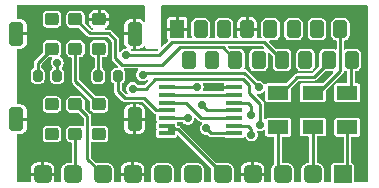
<source format=gbr>
G04 #@! TF.GenerationSoftware,KiCad,Pcbnew,(6.0.1-0)*
G04 #@! TF.CreationDate,2022-02-24T13:14:33-05:00*
G04 #@! TF.ProjectId,DC2VGA,44433256-4741-42e6-9b69-6361645f7063,1*
G04 #@! TF.SameCoordinates,Original*
G04 #@! TF.FileFunction,Copper,L1,Top*
G04 #@! TF.FilePolarity,Positive*
%FSLAX46Y46*%
G04 Gerber Fmt 4.6, Leading zero omitted, Abs format (unit mm)*
G04 Created by KiCad (PCBNEW (6.0.1-0)) date 2022-02-24 13:14:33*
%MOMM*%
%LPD*%
G01*
G04 APERTURE LIST*
G04 Aperture macros list*
%AMRoundRect*
0 Rectangle with rounded corners*
0 $1 Rounding radius*
0 $2 $3 $4 $5 $6 $7 $8 $9 X,Y pos of 4 corners*
0 Add a 4 corners polygon primitive as box body*
4,1,4,$2,$3,$4,$5,$6,$7,$8,$9,$2,$3,0*
0 Add four circle primitives for the rounded corners*
1,1,$1+$1,$2,$3*
1,1,$1+$1,$4,$5*
1,1,$1+$1,$6,$7*
1,1,$1+$1,$8,$9*
0 Add four rect primitives between the rounded corners*
20,1,$1+$1,$2,$3,$4,$5,0*
20,1,$1+$1,$4,$5,$6,$7,0*
20,1,$1+$1,$6,$7,$8,$9,0*
20,1,$1+$1,$8,$9,$2,$3,0*%
G04 Aperture macros list end*
G04 #@! TA.AperFunction,SMDPad,CuDef*
%ADD10R,1.820000X1.200000*%
G04 #@! TD*
G04 #@! TA.AperFunction,SMDPad,CuDef*
%ADD11RoundRect,0.200000X0.200000X0.275000X-0.200000X0.275000X-0.200000X-0.275000X0.200000X-0.275000X0*%
G04 #@! TD*
G04 #@! TA.AperFunction,SMDPad,CuDef*
%ADD12R,1.353299X0.354800*%
G04 #@! TD*
G04 #@! TA.AperFunction,ComponentPad*
%ADD13RoundRect,0.262500X0.337500X0.262500X-0.337500X0.262500X-0.337500X-0.262500X0.337500X-0.262500X0*%
G04 #@! TD*
G04 #@! TA.AperFunction,ComponentPad*
%ADD14RoundRect,0.312500X-0.312500X-0.687500X0.312500X-0.687500X0.312500X0.687500X-0.312500X0.687500X0*%
G04 #@! TD*
G04 #@! TA.AperFunction,ComponentPad*
%ADD15R,1.524000X1.524000*%
G04 #@! TD*
G04 #@! TA.AperFunction,ComponentPad*
%ADD16RoundRect,0.381000X0.381000X0.381000X-0.381000X0.381000X-0.381000X-0.381000X0.381000X-0.381000X0*%
G04 #@! TD*
G04 #@! TA.AperFunction,ComponentPad*
%ADD17RoundRect,0.262500X-0.337500X-0.262500X0.337500X-0.262500X0.337500X0.262500X-0.337500X0.262500X0*%
G04 #@! TD*
G04 #@! TA.AperFunction,ComponentPad*
%ADD18RoundRect,0.312500X0.312500X0.687500X-0.312500X0.687500X-0.312500X-0.687500X0.312500X-0.687500X0*%
G04 #@! TD*
G04 #@! TA.AperFunction,ComponentPad*
%ADD19R,1.200000X1.524000*%
G04 #@! TD*
G04 #@! TA.AperFunction,ComponentPad*
%ADD20RoundRect,0.300000X0.300000X0.462000X-0.300000X0.462000X-0.300000X-0.462000X0.300000X-0.462000X0*%
G04 #@! TD*
G04 #@! TA.AperFunction,ViaPad*
%ADD21C,0.700000*%
G04 #@! TD*
G04 #@! TA.AperFunction,Conductor*
%ADD22C,0.250000*%
G04 #@! TD*
G04 APERTURE END LIST*
D10*
X149220000Y-103470000D03*
X149220000Y-106390000D03*
D11*
X127565000Y-102040000D03*
X125915000Y-102040000D03*
D10*
X152150000Y-103480000D03*
X152150000Y-106400000D03*
D11*
X132705000Y-102060000D03*
X131055000Y-102060000D03*
D12*
X142583748Y-106920001D03*
X142583748Y-106270000D03*
X142583748Y-105619999D03*
X142583748Y-104970000D03*
X142583748Y-104320001D03*
X142583748Y-103670000D03*
X142583748Y-103020001D03*
X136836252Y-103019999D03*
X136836252Y-103670000D03*
X136836252Y-104319999D03*
X136836252Y-104970000D03*
X136836252Y-105619999D03*
X136836252Y-106270000D03*
X136836252Y-106919999D03*
D10*
X146280000Y-103480000D03*
X146280000Y-106400000D03*
D13*
X131120000Y-104470000D03*
X129120000Y-104470000D03*
X127120000Y-104470000D03*
X131120000Y-106970000D03*
X129120000Y-106970000D03*
X127120000Y-106970000D03*
D14*
X134120000Y-105720000D03*
X124120000Y-105720000D03*
D15*
X151731634Y-110398008D03*
D16*
X149191634Y-110398008D03*
X146651634Y-110398008D03*
X131411634Y-110398008D03*
X128871634Y-110398008D03*
X139031634Y-110398008D03*
X136491634Y-110398008D03*
X126331634Y-110398008D03*
X144111634Y-110398008D03*
X133951634Y-110398008D03*
X141571634Y-110398008D03*
D17*
X127120000Y-99750000D03*
X129120000Y-99750000D03*
X131120000Y-99750000D03*
X127120000Y-97250000D03*
X129120000Y-97250000D03*
X131120000Y-97250000D03*
D18*
X124120000Y-98500000D03*
X134120000Y-98500000D03*
D19*
X137746684Y-98103008D03*
D20*
X138726684Y-100703008D03*
X139716684Y-98103008D03*
X140696684Y-100703008D03*
X141686684Y-98103008D03*
X142666684Y-100703008D03*
X143656684Y-98103008D03*
X144636684Y-100703008D03*
X145626684Y-98103008D03*
X146606684Y-100703008D03*
X147596684Y-98103008D03*
X148576684Y-100703008D03*
X149566684Y-98103008D03*
X150546684Y-100703008D03*
X151536684Y-98103008D03*
X152516684Y-100703008D03*
D21*
X137270000Y-106590000D03*
X153310000Y-109160000D03*
X133800000Y-102025000D03*
X153020000Y-96910000D03*
X140920000Y-103000000D03*
X140200000Y-106500000D03*
X144750000Y-106180000D03*
X133950000Y-103125000D03*
X144630000Y-103030000D03*
X139800000Y-104490000D03*
X134800000Y-101950000D03*
X144010000Y-107030000D03*
X133425000Y-100275000D03*
X127580000Y-100920000D03*
X138625000Y-105650000D03*
X139425000Y-103005500D03*
X144000000Y-105330000D03*
D22*
X152516684Y-100703008D02*
X152440000Y-100779692D01*
X152440000Y-103190000D02*
X152150000Y-103480000D01*
X152440000Y-100779692D02*
X152440000Y-103190000D01*
X151536684Y-101623316D02*
X149710000Y-103450000D01*
X149710000Y-103450000D02*
X149220000Y-103450000D01*
X151536684Y-98103008D02*
X151536684Y-101623316D01*
X149280000Y-102160000D02*
X147900000Y-102160000D01*
X150546684Y-100703008D02*
X150546684Y-100893316D01*
X146580000Y-103480000D02*
X146280000Y-103480000D01*
X150546684Y-100893316D02*
X149280000Y-102160000D01*
X147900000Y-102160000D02*
X146580000Y-103480000D01*
X137270000Y-106590000D02*
X137765000Y-106590000D01*
X137765000Y-106590000D02*
X141570000Y-110395000D01*
X141570000Y-110395000D02*
X141570000Y-110400000D01*
X129120000Y-104470000D02*
X130125000Y-105475000D01*
X130125000Y-105475000D02*
X130125000Y-109100000D01*
X130125000Y-109100000D02*
X131425000Y-110400000D01*
X129110000Y-106970000D02*
X129110000Y-110135000D01*
X129110000Y-110135000D02*
X128870000Y-110375000D01*
X133020000Y-101100000D02*
X132500000Y-100580000D01*
X131950000Y-98450000D02*
X130320000Y-98450000D01*
X141583676Y-99620000D02*
X137930000Y-99620000D01*
X132500000Y-99000000D02*
X131950000Y-98450000D01*
X132500000Y-100580000D02*
X132500000Y-99000000D01*
X130320000Y-98450000D02*
X129120000Y-97250000D01*
X137930000Y-99620000D02*
X136450000Y-101100000D01*
X142666684Y-100703008D02*
X141583676Y-99620000D01*
X136450000Y-101100000D02*
X133020000Y-101100000D01*
X143840000Y-103500000D02*
X144750000Y-104410000D01*
X140200000Y-106500000D02*
X140620000Y-106920000D01*
X144750000Y-104410000D02*
X144750000Y-106180000D01*
X143288438Y-102310000D02*
X143840000Y-102861562D01*
X133950000Y-103125000D02*
X135050000Y-103125000D01*
X143840000Y-102861562D02*
X143840000Y-103500000D01*
X140620000Y-106920000D02*
X142580000Y-106920000D01*
X135050000Y-103125000D02*
X135865000Y-102310000D01*
X135865000Y-102310000D02*
X143288438Y-102310000D01*
X134800000Y-101950000D02*
X134950000Y-101800000D01*
X134950000Y-101800000D02*
X143400000Y-101800000D01*
X139800000Y-104490000D02*
X140280000Y-104970000D01*
X140280000Y-104970000D02*
X142590000Y-104970000D01*
X143400000Y-101800000D02*
X144630000Y-103030000D01*
X127120000Y-99750000D02*
X125920000Y-100950000D01*
X125920000Y-100950000D02*
X125920000Y-102040000D01*
X131055000Y-99785000D02*
X131110000Y-99730000D01*
X131055000Y-102060000D02*
X131055000Y-99785000D01*
X129120000Y-99750000D02*
X129120000Y-102470000D01*
X129120000Y-102470000D02*
X131120000Y-104470000D01*
X143730000Y-106270000D02*
X144010000Y-106550000D01*
X142583748Y-106270000D02*
X143730000Y-106270000D01*
X144010000Y-106550000D02*
X144010000Y-107030000D01*
X152150000Y-106400000D02*
X152150000Y-109990000D01*
X152150000Y-109990000D02*
X151740000Y-110400000D01*
X149220000Y-110355000D02*
X149200000Y-110375000D01*
X149220000Y-106390000D02*
X149220000Y-110355000D01*
X146280000Y-106400000D02*
X146280000Y-109980000D01*
X146280000Y-109980000D02*
X146675000Y-110375000D01*
X137295472Y-99179528D02*
X145083204Y-99179528D01*
X136175000Y-100300000D02*
X137295472Y-99179528D01*
X133425000Y-100275000D02*
X133450000Y-100300000D01*
X127580000Y-100920000D02*
X127580000Y-102040000D01*
X145083204Y-99179528D02*
X146606684Y-100703008D01*
X133450000Y-100300000D02*
X136175000Y-100300000D01*
X132710000Y-103360000D02*
X132710000Y-102060000D01*
X133280000Y-103930000D02*
X132710000Y-103360000D01*
X135970000Y-104970000D02*
X134930000Y-103930000D01*
X136836252Y-104970000D02*
X135970000Y-104970000D01*
X134930000Y-103930000D02*
X133280000Y-103930000D01*
X139410501Y-103019999D02*
X136836252Y-103019999D01*
X139425000Y-103005500D02*
X139410501Y-103019999D01*
X138595000Y-105620000D02*
X136840000Y-105620000D01*
X138625000Y-105650000D02*
X138595000Y-105620000D01*
X142583748Y-105619999D02*
X139759999Y-105619999D01*
X138460000Y-104320000D02*
X136840000Y-104320000D01*
X139759999Y-105619999D02*
X138460000Y-104320000D01*
X142583748Y-103670000D02*
X136840000Y-103670000D01*
X143690001Y-104320001D02*
X144000000Y-104630000D01*
X142583748Y-104320001D02*
X143690001Y-104320001D01*
X144000000Y-104630000D02*
X144000000Y-105330000D01*
G04 #@! TA.AperFunction,Conductor*
G36*
X153891780Y-96108482D02*
G01*
X153918800Y-96155282D01*
X153920000Y-96169000D01*
X153920000Y-110961000D01*
X153901518Y-111011780D01*
X153854718Y-111038800D01*
X153841000Y-111040000D01*
X152763134Y-111040000D01*
X152712354Y-111021518D01*
X152685334Y-110974718D01*
X152684134Y-110961000D01*
X152684134Y-109617246D01*
X152673081Y-109561679D01*
X152630977Y-109498665D01*
X152567963Y-109456561D01*
X152529087Y-109448828D01*
X152482889Y-109420794D01*
X152465500Y-109371346D01*
X152465500Y-107269500D01*
X152483982Y-107218720D01*
X152530782Y-107191700D01*
X152544500Y-107190500D01*
X153078762Y-107190500D01*
X153099681Y-107186339D01*
X153126699Y-107180965D01*
X153126700Y-107180964D01*
X153134329Y-107179447D01*
X153197343Y-107137343D01*
X153239447Y-107074329D01*
X153250500Y-107018762D01*
X153250500Y-105781238D01*
X153239447Y-105725671D01*
X153197343Y-105662657D01*
X153134329Y-105620553D01*
X153126700Y-105619036D01*
X153126699Y-105619035D01*
X153082573Y-105610258D01*
X153082572Y-105610258D01*
X153078762Y-105609500D01*
X151221238Y-105609500D01*
X151217428Y-105610258D01*
X151217427Y-105610258D01*
X151173301Y-105619035D01*
X151173300Y-105619036D01*
X151165671Y-105620553D01*
X151102657Y-105662657D01*
X151060553Y-105725671D01*
X151049500Y-105781238D01*
X151049500Y-107018762D01*
X151060553Y-107074329D01*
X151102657Y-107137343D01*
X151165671Y-107179447D01*
X151173300Y-107180964D01*
X151173301Y-107180965D01*
X151200319Y-107186339D01*
X151221238Y-107190500D01*
X151755500Y-107190500D01*
X151806280Y-107208982D01*
X151833300Y-107255782D01*
X151834500Y-107269500D01*
X151834500Y-109366508D01*
X151816018Y-109417288D01*
X151769218Y-109444308D01*
X151755500Y-109445508D01*
X150950872Y-109445508D01*
X150947062Y-109446266D01*
X150947061Y-109446266D01*
X150902935Y-109455043D01*
X150902934Y-109455044D01*
X150895305Y-109456561D01*
X150832291Y-109498665D01*
X150790187Y-109561679D01*
X150779134Y-109617246D01*
X150779134Y-110961000D01*
X150760652Y-111011780D01*
X150713852Y-111038800D01*
X150700134Y-111040000D01*
X150201346Y-111040000D01*
X150150566Y-111021518D01*
X150123546Y-110974718D01*
X150127526Y-110938366D01*
X150126102Y-110937984D01*
X150127441Y-110932986D01*
X150129424Y-110928199D01*
X150144134Y-110816463D01*
X150144133Y-109979554D01*
X150140470Y-109951723D01*
X150130100Y-109872952D01*
X150129424Y-109867817D01*
X150071838Y-109728792D01*
X150068686Y-109724684D01*
X150068684Y-109724681D01*
X149983382Y-109613515D01*
X149980232Y-109609410D01*
X149976127Y-109606260D01*
X149864960Y-109520958D01*
X149864957Y-109520956D01*
X149860849Y-109517804D01*
X149856062Y-109515821D01*
X149856060Y-109515820D01*
X149794265Y-109490224D01*
X149721825Y-109460218D01*
X149610089Y-109445508D01*
X149609056Y-109445508D01*
X149559868Y-109423861D01*
X149535969Y-109375394D01*
X149535500Y-109366797D01*
X149535500Y-107259500D01*
X149553982Y-107208720D01*
X149600782Y-107181700D01*
X149614500Y-107180500D01*
X150148762Y-107180500D01*
X150160345Y-107178196D01*
X150196699Y-107170965D01*
X150196700Y-107170964D01*
X150204329Y-107169447D01*
X150267343Y-107127343D01*
X150309447Y-107064329D01*
X150316276Y-107030000D01*
X150319742Y-107012573D01*
X150319742Y-107012572D01*
X150320500Y-107008762D01*
X150320500Y-105771238D01*
X150309447Y-105715671D01*
X150267343Y-105652657D01*
X150204329Y-105610553D01*
X150196700Y-105609036D01*
X150196699Y-105609035D01*
X150152573Y-105600258D01*
X150152572Y-105600258D01*
X150148762Y-105599500D01*
X148291238Y-105599500D01*
X148287428Y-105600258D01*
X148287427Y-105600258D01*
X148243301Y-105609035D01*
X148243300Y-105609036D01*
X148235671Y-105610553D01*
X148172657Y-105652657D01*
X148130553Y-105715671D01*
X148119500Y-105771238D01*
X148119500Y-107008762D01*
X148120258Y-107012572D01*
X148120258Y-107012573D01*
X148123725Y-107030000D01*
X148130553Y-107064329D01*
X148172657Y-107127343D01*
X148235671Y-107169447D01*
X148243300Y-107170964D01*
X148243301Y-107170965D01*
X148279655Y-107178196D01*
X148291238Y-107180500D01*
X148825500Y-107180500D01*
X148876280Y-107198982D01*
X148903300Y-107245782D01*
X148904500Y-107259500D01*
X148904500Y-109366509D01*
X148886018Y-109417289D01*
X148839218Y-109444309D01*
X148825500Y-109445509D01*
X148773180Y-109445509D01*
X148770615Y-109445847D01*
X148770610Y-109445847D01*
X148689223Y-109456561D01*
X148661443Y-109460218D01*
X148522418Y-109517804D01*
X148518310Y-109520956D01*
X148518307Y-109520958D01*
X148455296Y-109569309D01*
X148403036Y-109609410D01*
X148311430Y-109728793D01*
X148253844Y-109867817D01*
X148253168Y-109872952D01*
X148253168Y-109872953D01*
X148245594Y-109930487D01*
X148239134Y-109979553D01*
X148239135Y-110816462D01*
X148239473Y-110819027D01*
X148239473Y-110819032D01*
X148246773Y-110874483D01*
X148253844Y-110928199D01*
X148255825Y-110932982D01*
X148257166Y-110937987D01*
X148255246Y-110938501D01*
X148257264Y-110984759D01*
X148224365Y-111027630D01*
X148181921Y-111040000D01*
X147661346Y-111040000D01*
X147610566Y-111021518D01*
X147583546Y-110974718D01*
X147587526Y-110938366D01*
X147586102Y-110937984D01*
X147587441Y-110932986D01*
X147589424Y-110928199D01*
X147604134Y-110816463D01*
X147604133Y-109979554D01*
X147600470Y-109951723D01*
X147590100Y-109872952D01*
X147589424Y-109867817D01*
X147531838Y-109728792D01*
X147528686Y-109724684D01*
X147528684Y-109724681D01*
X147443382Y-109613515D01*
X147440232Y-109609410D01*
X147436127Y-109606260D01*
X147324960Y-109520958D01*
X147324957Y-109520956D01*
X147320849Y-109517804D01*
X147316062Y-109515821D01*
X147316060Y-109515820D01*
X147254265Y-109490224D01*
X147181825Y-109460218D01*
X147137678Y-109454406D01*
X147072659Y-109445846D01*
X147072654Y-109445846D01*
X147070089Y-109445508D01*
X147055024Y-109445508D01*
X146674500Y-109445509D01*
X146623720Y-109427027D01*
X146596700Y-109380227D01*
X146595500Y-109366509D01*
X146595500Y-107269500D01*
X146613982Y-107218720D01*
X146660782Y-107191700D01*
X146674500Y-107190500D01*
X147208762Y-107190500D01*
X147229681Y-107186339D01*
X147256699Y-107180965D01*
X147256700Y-107180964D01*
X147264329Y-107179447D01*
X147327343Y-107137343D01*
X147369447Y-107074329D01*
X147380500Y-107018762D01*
X147380500Y-105781238D01*
X147369447Y-105725671D01*
X147327343Y-105662657D01*
X147264329Y-105620553D01*
X147256700Y-105619036D01*
X147256699Y-105619035D01*
X147212573Y-105610258D01*
X147212572Y-105610258D01*
X147208762Y-105609500D01*
X145351238Y-105609500D01*
X145347428Y-105610258D01*
X145347427Y-105610258D01*
X145303301Y-105619035D01*
X145303300Y-105619036D01*
X145295671Y-105620553D01*
X145232657Y-105662657D01*
X145210186Y-105696288D01*
X145166607Y-105728242D01*
X145112684Y-105724708D01*
X145073647Y-105687340D01*
X145065500Y-105652398D01*
X145065500Y-104427209D01*
X145065801Y-104420324D01*
X145067525Y-104400613D01*
X145069147Y-104382078D01*
X145067358Y-104375402D01*
X145067358Y-104375398D01*
X145059210Y-104344988D01*
X145057718Y-104338260D01*
X145052247Y-104307233D01*
X145051047Y-104300428D01*
X145047592Y-104294444D01*
X145045228Y-104287948D01*
X145045339Y-104287908D01*
X145045169Y-104287497D01*
X145045061Y-104287547D01*
X145042140Y-104281283D01*
X145040351Y-104274606D01*
X145030474Y-104260500D01*
X145018321Y-104243145D01*
X145014617Y-104237331D01*
X144998871Y-104210058D01*
X144995415Y-104204072D01*
X144965985Y-104179377D01*
X144960905Y-104174721D01*
X144485179Y-103698995D01*
X144462341Y-103650019D01*
X144476327Y-103597821D01*
X144520593Y-103566826D01*
X144551351Y-103564810D01*
X144624864Y-103574488D01*
X144624865Y-103574488D01*
X144630000Y-103575164D01*
X144771099Y-103556588D01*
X144775885Y-103554605D01*
X144775887Y-103554605D01*
X144828849Y-103532667D01*
X144902582Y-103502126D01*
X144906690Y-103498974D01*
X144906693Y-103498972D01*
X145011384Y-103418639D01*
X145015489Y-103415489D01*
X145037825Y-103386380D01*
X145083401Y-103357345D01*
X145136978Y-103364398D01*
X145173486Y-103404240D01*
X145179500Y-103434472D01*
X145179500Y-104098762D01*
X145180258Y-104102572D01*
X145180258Y-104102573D01*
X145188371Y-104143358D01*
X145190553Y-104154329D01*
X145232657Y-104217343D01*
X145295671Y-104259447D01*
X145303300Y-104260964D01*
X145303301Y-104260965D01*
X145341882Y-104268639D01*
X145351238Y-104270500D01*
X147208762Y-104270500D01*
X147218118Y-104268639D01*
X147256699Y-104260965D01*
X147256700Y-104260964D01*
X147264329Y-104259447D01*
X147327343Y-104217343D01*
X147369447Y-104154329D01*
X147371630Y-104143358D01*
X147379742Y-104102573D01*
X147379742Y-104102572D01*
X147380500Y-104098762D01*
X147380500Y-103158406D01*
X147398982Y-103107626D01*
X147403639Y-103102545D01*
X148007546Y-102498639D01*
X148056522Y-102475801D01*
X148063407Y-102475500D01*
X149262783Y-102475500D01*
X149269669Y-102475801D01*
X149301037Y-102478546D01*
X149301039Y-102478546D01*
X149307922Y-102479148D01*
X149345024Y-102469207D01*
X149351734Y-102467719D01*
X149389572Y-102461047D01*
X149395556Y-102457592D01*
X149402052Y-102455228D01*
X149402093Y-102455339D01*
X149402503Y-102455169D01*
X149402453Y-102455061D01*
X149408717Y-102452140D01*
X149415393Y-102450351D01*
X149435646Y-102436170D01*
X149446855Y-102428321D01*
X149452662Y-102424621D01*
X149485928Y-102405415D01*
X149504059Y-102383807D01*
X149510623Y-102375985D01*
X149515279Y-102370905D01*
X150207538Y-101678647D01*
X150256514Y-101655809D01*
X150263399Y-101655508D01*
X150602808Y-101655507D01*
X150867587Y-101655507D01*
X150918367Y-101673989D01*
X150945387Y-101720789D01*
X150936003Y-101774007D01*
X150923448Y-101790368D01*
X150057455Y-102656361D01*
X150008479Y-102679199D01*
X150001594Y-102679500D01*
X148291238Y-102679500D01*
X148287428Y-102680258D01*
X148287427Y-102680258D01*
X148243301Y-102689035D01*
X148243300Y-102689036D01*
X148235671Y-102690553D01*
X148172657Y-102732657D01*
X148130553Y-102795671D01*
X148119500Y-102851238D01*
X148119500Y-104088762D01*
X148120258Y-104092572D01*
X148120258Y-104092573D01*
X148125720Y-104120030D01*
X148130553Y-104144329D01*
X148172657Y-104207343D01*
X148235671Y-104249447D01*
X148243300Y-104250964D01*
X148243301Y-104250965D01*
X148285944Y-104259447D01*
X148291238Y-104260500D01*
X150148762Y-104260500D01*
X150154056Y-104259447D01*
X150196699Y-104250965D01*
X150196700Y-104250964D01*
X150204329Y-104249447D01*
X150267343Y-104207343D01*
X150309447Y-104144329D01*
X150314281Y-104120030D01*
X150319742Y-104092573D01*
X150319742Y-104092572D01*
X150320500Y-104088762D01*
X150320500Y-103318406D01*
X150338982Y-103267626D01*
X150343639Y-103262545D01*
X151747590Y-101858594D01*
X151752671Y-101853937D01*
X151776804Y-101833687D01*
X151782099Y-101829244D01*
X151801305Y-101795978D01*
X151805005Y-101790171D01*
X151823071Y-101764370D01*
X151827035Y-101758709D01*
X151828823Y-101752034D01*
X151831745Y-101745768D01*
X151831853Y-101745819D01*
X151832023Y-101745410D01*
X151831910Y-101745369D01*
X151834273Y-101738876D01*
X151837731Y-101732888D01*
X151844403Y-101695047D01*
X151845895Y-101688321D01*
X151854041Y-101657919D01*
X151854607Y-101655809D01*
X151855831Y-101651238D01*
X151856642Y-101651455D01*
X151876971Y-101607854D01*
X151925946Y-101585013D01*
X151970773Y-101594417D01*
X151974209Y-101596298D01*
X151978712Y-101599673D01*
X151983980Y-101601648D01*
X151983982Y-101601649D01*
X152073231Y-101635106D01*
X152114292Y-101670237D01*
X152124500Y-101709079D01*
X152124500Y-102610500D01*
X152106018Y-102661280D01*
X152059218Y-102688300D01*
X152045500Y-102689500D01*
X151221238Y-102689500D01*
X151217428Y-102690258D01*
X151217427Y-102690258D01*
X151173301Y-102699035D01*
X151173300Y-102699036D01*
X151165671Y-102700553D01*
X151102657Y-102742657D01*
X151060553Y-102805671D01*
X151059036Y-102813300D01*
X151059035Y-102813301D01*
X151053167Y-102842803D01*
X151049500Y-102861238D01*
X151049500Y-104098762D01*
X151050258Y-104102572D01*
X151050258Y-104102573D01*
X151058371Y-104143358D01*
X151060553Y-104154329D01*
X151102657Y-104217343D01*
X151165671Y-104259447D01*
X151173300Y-104260964D01*
X151173301Y-104260965D01*
X151211882Y-104268639D01*
X151221238Y-104270500D01*
X153078762Y-104270500D01*
X153088118Y-104268639D01*
X153126699Y-104260965D01*
X153126700Y-104260964D01*
X153134329Y-104259447D01*
X153197343Y-104217343D01*
X153239447Y-104154329D01*
X153241630Y-104143358D01*
X153249742Y-104102573D01*
X153249742Y-104102572D01*
X153250500Y-104098762D01*
X153250500Y-102861238D01*
X153246833Y-102842803D01*
X153240965Y-102813301D01*
X153240964Y-102813300D01*
X153239447Y-102805671D01*
X153197343Y-102742657D01*
X153134329Y-102700553D01*
X153126700Y-102699036D01*
X153126699Y-102699035D01*
X153082573Y-102690258D01*
X153082572Y-102690258D01*
X153078762Y-102689500D01*
X152834500Y-102689500D01*
X152783720Y-102671018D01*
X152756700Y-102624218D01*
X152755500Y-102610500D01*
X152755500Y-101734507D01*
X152773982Y-101683727D01*
X152820782Y-101656707D01*
X152834500Y-101655507D01*
X152863114Y-101655507D01*
X152923095Y-101648992D01*
X152927726Y-101647256D01*
X152927730Y-101647255D01*
X153028314Y-101609548D01*
X153054656Y-101599673D01*
X153167087Y-101515411D01*
X153247579Y-101408010D01*
X153247975Y-101407482D01*
X153251349Y-101402980D01*
X153300668Y-101271419D01*
X153304618Y-101235064D01*
X153306954Y-101213556D01*
X153307184Y-101211439D01*
X153307183Y-100194578D01*
X153300668Y-100134597D01*
X153298932Y-100129966D01*
X153298931Y-100129962D01*
X153253324Y-100008305D01*
X153251349Y-100003036D01*
X153167087Y-99890605D01*
X153054656Y-99806343D01*
X152923095Y-99757024D01*
X152918175Y-99756490D01*
X152918173Y-99756489D01*
X152865232Y-99750738D01*
X152863115Y-99750508D01*
X152860985Y-99750508D01*
X152516685Y-99750509D01*
X152170254Y-99750509D01*
X152110273Y-99757024D01*
X152105642Y-99758760D01*
X152105638Y-99758761D01*
X152052344Y-99778740D01*
X151978712Y-99806343D01*
X151974210Y-99809717D01*
X151969271Y-99812421D01*
X151967804Y-99809742D01*
X151926702Y-99822111D01*
X151877052Y-99800777D01*
X151852731Y-99752520D01*
X151852184Y-99743238D01*
X151852184Y-99129750D01*
X151870666Y-99078970D01*
X151922655Y-99051212D01*
X151926942Y-99050747D01*
X151938173Y-99049527D01*
X151938176Y-99049526D01*
X151943095Y-99048992D01*
X151947726Y-99047256D01*
X151947730Y-99047255D01*
X152034634Y-99014676D01*
X152074656Y-98999673D01*
X152187087Y-98915411D01*
X152271349Y-98802980D01*
X152320668Y-98671419D01*
X152321545Y-98663352D01*
X152326954Y-98613556D01*
X152327184Y-98611439D01*
X152327183Y-97594578D01*
X152320668Y-97534597D01*
X152318932Y-97529966D01*
X152318931Y-97529962D01*
X152273324Y-97408305D01*
X152271349Y-97403036D01*
X152187087Y-97290605D01*
X152074656Y-97206343D01*
X151943095Y-97157024D01*
X151938175Y-97156490D01*
X151938173Y-97156489D01*
X151885232Y-97150738D01*
X151883115Y-97150508D01*
X151880985Y-97150508D01*
X151536685Y-97150509D01*
X151190254Y-97150509D01*
X151130273Y-97157024D01*
X151125642Y-97158760D01*
X151125638Y-97158761D01*
X151056398Y-97184718D01*
X150998712Y-97206343D01*
X150886281Y-97290605D01*
X150802019Y-97403036D01*
X150752700Y-97534597D01*
X150752166Y-97539517D01*
X150752165Y-97539519D01*
X150749767Y-97561594D01*
X150746184Y-97594577D01*
X150746185Y-98611438D01*
X150752700Y-98671419D01*
X150754436Y-98676050D01*
X150754437Y-98676054D01*
X150780347Y-98745169D01*
X150802019Y-98802980D01*
X150886281Y-98915411D01*
X150998712Y-98999673D01*
X151130273Y-99048992D01*
X151135193Y-99049526D01*
X151135195Y-99049527D01*
X151150717Y-99051213D01*
X151199204Y-99075072D01*
X151221184Y-99129751D01*
X151221184Y-99750733D01*
X151202702Y-99801513D01*
X151155902Y-99828533D01*
X151102684Y-99819149D01*
X151094806Y-99813949D01*
X151089163Y-99809720D01*
X151089158Y-99809717D01*
X151084656Y-99806343D01*
X150953095Y-99757024D01*
X150948175Y-99756490D01*
X150948173Y-99756489D01*
X150895232Y-99750738D01*
X150893115Y-99750508D01*
X150890985Y-99750508D01*
X150546685Y-99750509D01*
X150200254Y-99750509D01*
X150140273Y-99757024D01*
X150135642Y-99758760D01*
X150135638Y-99758761D01*
X150082344Y-99778740D01*
X150008712Y-99806343D01*
X149896281Y-99890605D01*
X149812019Y-100003036D01*
X149762700Y-100134597D01*
X149756184Y-100194577D01*
X149756185Y-100702503D01*
X149756185Y-101204908D01*
X149737703Y-101255688D01*
X149733046Y-101260769D01*
X149172455Y-101821361D01*
X149123479Y-101844199D01*
X149116594Y-101844500D01*
X147917221Y-101844500D01*
X147910336Y-101844199D01*
X147878964Y-101841454D01*
X147878962Y-101841454D01*
X147872079Y-101840852D01*
X147865406Y-101842640D01*
X147865405Y-101842640D01*
X147858464Y-101844500D01*
X147834978Y-101850793D01*
X147828257Y-101852283D01*
X147806337Y-101856148D01*
X147790428Y-101858953D01*
X147784443Y-101862409D01*
X147777947Y-101864773D01*
X147777906Y-101864661D01*
X147777499Y-101864830D01*
X147777549Y-101864937D01*
X147771281Y-101867860D01*
X147764607Y-101869648D01*
X147758945Y-101873612D01*
X147758944Y-101873613D01*
X147733135Y-101891684D01*
X147727329Y-101895384D01*
X147694072Y-101914585D01*
X147689629Y-101919880D01*
X147669382Y-101944009D01*
X147664726Y-101949089D01*
X147300337Y-102313479D01*
X146947455Y-102666361D01*
X146898479Y-102689199D01*
X146891594Y-102689500D01*
X145351238Y-102689500D01*
X145347428Y-102690258D01*
X145347427Y-102690258D01*
X145303301Y-102699035D01*
X145303300Y-102699036D01*
X145295671Y-102700553D01*
X145232657Y-102742657D01*
X145228337Y-102749123D01*
X145227878Y-102749810D01*
X145227023Y-102750437D01*
X145222832Y-102754628D01*
X145222187Y-102753983D01*
X145184300Y-102781766D01*
X145130376Y-102778234D01*
X145099515Y-102754015D01*
X145018639Y-102648616D01*
X145015489Y-102644511D01*
X145005512Y-102636855D01*
X144906693Y-102561028D01*
X144906690Y-102561026D01*
X144902582Y-102557874D01*
X144809404Y-102519279D01*
X144775887Y-102505395D01*
X144775885Y-102505395D01*
X144771099Y-102503412D01*
X144630000Y-102484836D01*
X144581161Y-102491266D01*
X144528403Y-102479570D01*
X144514988Y-102468803D01*
X143635278Y-101589094D01*
X143630621Y-101584013D01*
X143610371Y-101559880D01*
X143605928Y-101554585D01*
X143572662Y-101535379D01*
X143566855Y-101531679D01*
X143541056Y-101513614D01*
X143541055Y-101513613D01*
X143535393Y-101509649D01*
X143528717Y-101507860D01*
X143522453Y-101504939D01*
X143522503Y-101504831D01*
X143522093Y-101504661D01*
X143522052Y-101504772D01*
X143515556Y-101502408D01*
X143509572Y-101498953D01*
X143471734Y-101492281D01*
X143465022Y-101490792D01*
X143461315Y-101489799D01*
X143417055Y-101458796D01*
X143403078Y-101406596D01*
X143407803Y-101385764D01*
X143448930Y-101276055D01*
X143448930Y-101276054D01*
X143450668Y-101271419D01*
X143454618Y-101235064D01*
X143456954Y-101213556D01*
X143457184Y-101211439D01*
X143457183Y-100194578D01*
X143450668Y-100134597D01*
X143448932Y-100129966D01*
X143448931Y-100129962D01*
X143403324Y-100008305D01*
X143401349Y-100003036D01*
X143317087Y-99890605D01*
X143204656Y-99806343D01*
X143073095Y-99757024D01*
X143068175Y-99756490D01*
X143068173Y-99756489D01*
X143015232Y-99750738D01*
X143013115Y-99750508D01*
X143010985Y-99750508D01*
X142666685Y-99750509D01*
X142320254Y-99750509D01*
X142318137Y-99750739D01*
X142318136Y-99750739D01*
X142265196Y-99756489D01*
X142265194Y-99756490D01*
X142260273Y-99757024D01*
X142239973Y-99764634D01*
X142185936Y-99765151D01*
X142156383Y-99746522D01*
X142039750Y-99629889D01*
X142016912Y-99580914D01*
X142030898Y-99528716D01*
X142075164Y-99497720D01*
X142095611Y-99495028D01*
X144919798Y-99495028D01*
X144970578Y-99513510D01*
X144975659Y-99518167D01*
X145076781Y-99619289D01*
X145099619Y-99668265D01*
X145085633Y-99720463D01*
X145041367Y-99751458D01*
X145012388Y-99753688D01*
X144985232Y-99750738D01*
X144983115Y-99750508D01*
X144980985Y-99750508D01*
X144636685Y-99750509D01*
X144290254Y-99750509D01*
X144230273Y-99757024D01*
X144225642Y-99758760D01*
X144225638Y-99758761D01*
X144172344Y-99778740D01*
X144098712Y-99806343D01*
X143986281Y-99890605D01*
X143902019Y-100003036D01*
X143852700Y-100134597D01*
X143846184Y-100194577D01*
X143846185Y-101211438D01*
X143852700Y-101271419D01*
X143854436Y-101276050D01*
X143854437Y-101276054D01*
X143876394Y-101334624D01*
X143902019Y-101402980D01*
X143905393Y-101407482D01*
X143905789Y-101408010D01*
X143986281Y-101515411D01*
X144098712Y-101599673D01*
X144230273Y-101648992D01*
X144235193Y-101649526D01*
X144235195Y-101649527D01*
X144285206Y-101654960D01*
X144290253Y-101655508D01*
X144636684Y-101655508D01*
X144983114Y-101655507D01*
X145043095Y-101648992D01*
X145047726Y-101647256D01*
X145047730Y-101647255D01*
X145148314Y-101609548D01*
X145174656Y-101599673D01*
X145287087Y-101515411D01*
X145367579Y-101408010D01*
X145367975Y-101407482D01*
X145371349Y-101402980D01*
X145420668Y-101271419D01*
X145424618Y-101235064D01*
X145426954Y-101213556D01*
X145427184Y-101211439D01*
X145427183Y-100194578D01*
X145424003Y-100165302D01*
X145436894Y-100112823D01*
X145480502Y-100080908D01*
X145534422Y-100084490D01*
X145558402Y-100100910D01*
X145793045Y-100335553D01*
X145815883Y-100384529D01*
X145816184Y-100391414D01*
X145816185Y-100808944D01*
X145816185Y-101211438D01*
X145822700Y-101271419D01*
X145824436Y-101276050D01*
X145824437Y-101276054D01*
X145846394Y-101334624D01*
X145872019Y-101402980D01*
X145875393Y-101407482D01*
X145875789Y-101408010D01*
X145956281Y-101515411D01*
X146068712Y-101599673D01*
X146200273Y-101648992D01*
X146205193Y-101649526D01*
X146205195Y-101649527D01*
X146255206Y-101654960D01*
X146260253Y-101655508D01*
X146606684Y-101655508D01*
X146953114Y-101655507D01*
X147013095Y-101648992D01*
X147017726Y-101647256D01*
X147017730Y-101647255D01*
X147118314Y-101609548D01*
X147144656Y-101599673D01*
X147257087Y-101515411D01*
X147337579Y-101408010D01*
X147337975Y-101407482D01*
X147341349Y-101402980D01*
X147390668Y-101271419D01*
X147394618Y-101235064D01*
X147396954Y-101213556D01*
X147397184Y-101211439D01*
X147397183Y-100194578D01*
X147397183Y-100194577D01*
X147786184Y-100194577D01*
X147786185Y-101211438D01*
X147792700Y-101271419D01*
X147794436Y-101276050D01*
X147794437Y-101276054D01*
X147816394Y-101334624D01*
X147842019Y-101402980D01*
X147845393Y-101407482D01*
X147845789Y-101408010D01*
X147926281Y-101515411D01*
X148038712Y-101599673D01*
X148170273Y-101648992D01*
X148175193Y-101649526D01*
X148175195Y-101649527D01*
X148225206Y-101654960D01*
X148230253Y-101655508D01*
X148576684Y-101655508D01*
X148923114Y-101655507D01*
X148983095Y-101648992D01*
X148987726Y-101647256D01*
X148987730Y-101647255D01*
X149088314Y-101609548D01*
X149114656Y-101599673D01*
X149227087Y-101515411D01*
X149307579Y-101408010D01*
X149307975Y-101407482D01*
X149311349Y-101402980D01*
X149360668Y-101271419D01*
X149364618Y-101235064D01*
X149366954Y-101213556D01*
X149367184Y-101211439D01*
X149367183Y-100194578D01*
X149360668Y-100134597D01*
X149358932Y-100129966D01*
X149358931Y-100129962D01*
X149313324Y-100008305D01*
X149311349Y-100003036D01*
X149227087Y-99890605D01*
X149114656Y-99806343D01*
X148983095Y-99757024D01*
X148978175Y-99756490D01*
X148978173Y-99756489D01*
X148925232Y-99750738D01*
X148923115Y-99750508D01*
X148920985Y-99750508D01*
X148576685Y-99750509D01*
X148230254Y-99750509D01*
X148170273Y-99757024D01*
X148165642Y-99758760D01*
X148165638Y-99758761D01*
X148112344Y-99778740D01*
X148038712Y-99806343D01*
X147926281Y-99890605D01*
X147842019Y-100003036D01*
X147792700Y-100134597D01*
X147786184Y-100194577D01*
X147397183Y-100194577D01*
X147390668Y-100134597D01*
X147388932Y-100129966D01*
X147388931Y-100129962D01*
X147343324Y-100008305D01*
X147341349Y-100003036D01*
X147257087Y-99890605D01*
X147144656Y-99806343D01*
X147013095Y-99757024D01*
X147008175Y-99756490D01*
X147008173Y-99756489D01*
X146955232Y-99750738D01*
X146953115Y-99750508D01*
X146950985Y-99750508D01*
X146606685Y-99750509D01*
X146260254Y-99750509D01*
X146200273Y-99757024D01*
X146179973Y-99764634D01*
X146125938Y-99765153D01*
X146096382Y-99746522D01*
X145540229Y-99190369D01*
X145517391Y-99141393D01*
X145531377Y-99089195D01*
X145575643Y-99058200D01*
X145596090Y-99055508D01*
X145966843Y-99055507D01*
X145973114Y-99055507D01*
X146033095Y-99048992D01*
X146037726Y-99047256D01*
X146037730Y-99047255D01*
X146124634Y-99014676D01*
X146164656Y-98999673D01*
X146277087Y-98915411D01*
X146361349Y-98802980D01*
X146410668Y-98671419D01*
X146411545Y-98663352D01*
X146416954Y-98613556D01*
X146417184Y-98611439D01*
X146417183Y-97594578D01*
X146417183Y-97594577D01*
X146806184Y-97594577D01*
X146806185Y-98611438D01*
X146812700Y-98671419D01*
X146814436Y-98676050D01*
X146814437Y-98676054D01*
X146840347Y-98745169D01*
X146862019Y-98802980D01*
X146946281Y-98915411D01*
X147058712Y-98999673D01*
X147190273Y-99048992D01*
X147195193Y-99049526D01*
X147195195Y-99049527D01*
X147237255Y-99054096D01*
X147250253Y-99055508D01*
X147596684Y-99055508D01*
X147943114Y-99055507D01*
X148003095Y-99048992D01*
X148007726Y-99047256D01*
X148007730Y-99047255D01*
X148094634Y-99014676D01*
X148134656Y-98999673D01*
X148247087Y-98915411D01*
X148331349Y-98802980D01*
X148380668Y-98671419D01*
X148381545Y-98663352D01*
X148386954Y-98613556D01*
X148387184Y-98611439D01*
X148387183Y-97594578D01*
X148387183Y-97594577D01*
X148776184Y-97594577D01*
X148776185Y-98611438D01*
X148782700Y-98671419D01*
X148784436Y-98676050D01*
X148784437Y-98676054D01*
X148810347Y-98745169D01*
X148832019Y-98802980D01*
X148916281Y-98915411D01*
X149028712Y-98999673D01*
X149160273Y-99048992D01*
X149165193Y-99049526D01*
X149165195Y-99049527D01*
X149207255Y-99054096D01*
X149220253Y-99055508D01*
X149566684Y-99055508D01*
X149913114Y-99055507D01*
X149973095Y-99048992D01*
X149977726Y-99047256D01*
X149977730Y-99047255D01*
X150064634Y-99014676D01*
X150104656Y-98999673D01*
X150217087Y-98915411D01*
X150301349Y-98802980D01*
X150350668Y-98671419D01*
X150351545Y-98663352D01*
X150356954Y-98613556D01*
X150357184Y-98611439D01*
X150357183Y-97594578D01*
X150350668Y-97534597D01*
X150348932Y-97529966D01*
X150348931Y-97529962D01*
X150303324Y-97408305D01*
X150301349Y-97403036D01*
X150217087Y-97290605D01*
X150104656Y-97206343D01*
X149973095Y-97157024D01*
X149968175Y-97156490D01*
X149968173Y-97156489D01*
X149915232Y-97150738D01*
X149913115Y-97150508D01*
X149910985Y-97150508D01*
X149566685Y-97150509D01*
X149220254Y-97150509D01*
X149160273Y-97157024D01*
X149155642Y-97158760D01*
X149155638Y-97158761D01*
X149086398Y-97184718D01*
X149028712Y-97206343D01*
X148916281Y-97290605D01*
X148832019Y-97403036D01*
X148782700Y-97534597D01*
X148782166Y-97539517D01*
X148782165Y-97539519D01*
X148779767Y-97561594D01*
X148776184Y-97594577D01*
X148387183Y-97594577D01*
X148380668Y-97534597D01*
X148378932Y-97529966D01*
X148378931Y-97529962D01*
X148333324Y-97408305D01*
X148331349Y-97403036D01*
X148247087Y-97290605D01*
X148134656Y-97206343D01*
X148003095Y-97157024D01*
X147998175Y-97156490D01*
X147998173Y-97156489D01*
X147945232Y-97150738D01*
X147943115Y-97150508D01*
X147940985Y-97150508D01*
X147596685Y-97150509D01*
X147250254Y-97150509D01*
X147190273Y-97157024D01*
X147185642Y-97158760D01*
X147185638Y-97158761D01*
X147116398Y-97184718D01*
X147058712Y-97206343D01*
X146946281Y-97290605D01*
X146862019Y-97403036D01*
X146812700Y-97534597D01*
X146812166Y-97539517D01*
X146812165Y-97539519D01*
X146809767Y-97561594D01*
X146806184Y-97594577D01*
X146417183Y-97594577D01*
X146410668Y-97534597D01*
X146408932Y-97529966D01*
X146408931Y-97529962D01*
X146363324Y-97408305D01*
X146361349Y-97403036D01*
X146277087Y-97290605D01*
X146164656Y-97206343D01*
X146033095Y-97157024D01*
X146028175Y-97156490D01*
X146028173Y-97156489D01*
X145975232Y-97150738D01*
X145973115Y-97150508D01*
X145970985Y-97150508D01*
X145626685Y-97150509D01*
X145280254Y-97150509D01*
X145220273Y-97157024D01*
X145215642Y-97158760D01*
X145215638Y-97158761D01*
X145146398Y-97184718D01*
X145088712Y-97206343D01*
X144976281Y-97290605D01*
X144892019Y-97403036D01*
X144842700Y-97534597D01*
X144842166Y-97539517D01*
X144842165Y-97539519D01*
X144839767Y-97561594D01*
X144836184Y-97594577D01*
X144836185Y-98611438D01*
X144842700Y-98671419D01*
X144844436Y-98676050D01*
X144844437Y-98676054D01*
X144858894Y-98714618D01*
X144874388Y-98755946D01*
X144874894Y-98757297D01*
X144875413Y-98811334D01*
X144841076Y-98853062D01*
X144800921Y-98864028D01*
X144546116Y-98864028D01*
X144495336Y-98845546D01*
X144468316Y-98798746D01*
X144472664Y-98755946D01*
X144493961Y-98702156D01*
X144496440Y-98692397D01*
X144506398Y-98610102D01*
X144506684Y-98605360D01*
X144506684Y-98241938D01*
X144502800Y-98231267D01*
X144497156Y-98228008D01*
X142820614Y-98228008D01*
X142809943Y-98231892D01*
X142806684Y-98237536D01*
X142806684Y-98605360D01*
X142806970Y-98610102D01*
X142816928Y-98692397D01*
X142819407Y-98702156D01*
X142840704Y-98755946D01*
X142842213Y-98809964D01*
X142808647Y-98852315D01*
X142767252Y-98864028D01*
X142512447Y-98864028D01*
X142461667Y-98845546D01*
X142434647Y-98798746D01*
X142438474Y-98757297D01*
X142438981Y-98755946D01*
X142470668Y-98671419D01*
X142471545Y-98663352D01*
X142476954Y-98613556D01*
X142477184Y-98611439D01*
X142477183Y-97964078D01*
X142806684Y-97964078D01*
X142810568Y-97974749D01*
X142816212Y-97978008D01*
X143517754Y-97978008D01*
X143528425Y-97974124D01*
X143531684Y-97968480D01*
X143531684Y-97964078D01*
X143781684Y-97964078D01*
X143785568Y-97974749D01*
X143791212Y-97978008D01*
X144492754Y-97978008D01*
X144503425Y-97974124D01*
X144506684Y-97968480D01*
X144506684Y-97600656D01*
X144506398Y-97595914D01*
X144496440Y-97513619D01*
X144493961Y-97503860D01*
X144442339Y-97373478D01*
X144437103Y-97364185D01*
X144352500Y-97252726D01*
X144344966Y-97245192D01*
X144233507Y-97160589D01*
X144224214Y-97155353D01*
X144093832Y-97103731D01*
X144084073Y-97101252D01*
X144001778Y-97091294D01*
X143997036Y-97091008D01*
X143795614Y-97091008D01*
X143784943Y-97094892D01*
X143781684Y-97100536D01*
X143781684Y-97964078D01*
X143531684Y-97964078D01*
X143531684Y-97104938D01*
X143527800Y-97094267D01*
X143522156Y-97091008D01*
X143316332Y-97091008D01*
X143311590Y-97091294D01*
X143229295Y-97101252D01*
X143219536Y-97103731D01*
X143089154Y-97155353D01*
X143079861Y-97160589D01*
X142968402Y-97245192D01*
X142960868Y-97252726D01*
X142876265Y-97364185D01*
X142871029Y-97373478D01*
X142819407Y-97503860D01*
X142816928Y-97513619D01*
X142806970Y-97595914D01*
X142806684Y-97600656D01*
X142806684Y-97964078D01*
X142477183Y-97964078D01*
X142477183Y-97594578D01*
X142470668Y-97534597D01*
X142468932Y-97529966D01*
X142468931Y-97529962D01*
X142423324Y-97408305D01*
X142421349Y-97403036D01*
X142337087Y-97290605D01*
X142224656Y-97206343D01*
X142093095Y-97157024D01*
X142088175Y-97156490D01*
X142088173Y-97156489D01*
X142035232Y-97150738D01*
X142033115Y-97150508D01*
X142030985Y-97150508D01*
X141686685Y-97150509D01*
X141340254Y-97150509D01*
X141280273Y-97157024D01*
X141275642Y-97158760D01*
X141275638Y-97158761D01*
X141206398Y-97184718D01*
X141148712Y-97206343D01*
X141036281Y-97290605D01*
X140952019Y-97403036D01*
X140902700Y-97534597D01*
X140902166Y-97539517D01*
X140902165Y-97539519D01*
X140899767Y-97561594D01*
X140896184Y-97594577D01*
X140896185Y-98611438D01*
X140902700Y-98671419D01*
X140904436Y-98676050D01*
X140904437Y-98676054D01*
X140918894Y-98714618D01*
X140934388Y-98755946D01*
X140934894Y-98757297D01*
X140935413Y-98811334D01*
X140901076Y-98853062D01*
X140860921Y-98864028D01*
X140542447Y-98864028D01*
X140491667Y-98845546D01*
X140464647Y-98798746D01*
X140468474Y-98757297D01*
X140468981Y-98755946D01*
X140500668Y-98671419D01*
X140501545Y-98663352D01*
X140506954Y-98613556D01*
X140507184Y-98611439D01*
X140507183Y-97594578D01*
X140500668Y-97534597D01*
X140498932Y-97529966D01*
X140498931Y-97529962D01*
X140453324Y-97408305D01*
X140451349Y-97403036D01*
X140367087Y-97290605D01*
X140254656Y-97206343D01*
X140123095Y-97157024D01*
X140118175Y-97156490D01*
X140118173Y-97156489D01*
X140065232Y-97150738D01*
X140063115Y-97150508D01*
X140060985Y-97150508D01*
X139716685Y-97150509D01*
X139370254Y-97150509D01*
X139310273Y-97157024D01*
X139305642Y-97158760D01*
X139305638Y-97158761D01*
X139236398Y-97184718D01*
X139178712Y-97206343D01*
X139066281Y-97290605D01*
X138982019Y-97403036D01*
X138932700Y-97534597D01*
X138932166Y-97539517D01*
X138932165Y-97539519D01*
X138929767Y-97561594D01*
X138926184Y-97594577D01*
X138926185Y-98611438D01*
X138932700Y-98671419D01*
X138934436Y-98676050D01*
X138934437Y-98676054D01*
X138948894Y-98714618D01*
X138964388Y-98755946D01*
X138964894Y-98757297D01*
X138965413Y-98811334D01*
X138931076Y-98853062D01*
X138890921Y-98864028D01*
X138675684Y-98864028D01*
X138624904Y-98845546D01*
X138597884Y-98798746D01*
X138596684Y-98785028D01*
X138596684Y-98241938D01*
X138592800Y-98231267D01*
X138587156Y-98228008D01*
X136910614Y-98228008D01*
X136899943Y-98231892D01*
X136896684Y-98237536D01*
X136896684Y-98885746D01*
X136897442Y-98893443D01*
X136909671Y-98954923D01*
X136915510Y-98969018D01*
X136937284Y-99001605D01*
X136950129Y-99054096D01*
X136927460Y-99101355D01*
X136689686Y-99339130D01*
X136474861Y-99553955D01*
X136425885Y-99576793D01*
X136373687Y-99562807D01*
X136342692Y-99518541D01*
X136340000Y-99498094D01*
X136340000Y-97964078D01*
X136896684Y-97964078D01*
X136900568Y-97974749D01*
X136906212Y-97978008D01*
X137607754Y-97978008D01*
X137618425Y-97974124D01*
X137621684Y-97968480D01*
X137621684Y-97964078D01*
X137871684Y-97964078D01*
X137875568Y-97974749D01*
X137881212Y-97978008D01*
X138582754Y-97978008D01*
X138593425Y-97974124D01*
X138596684Y-97968480D01*
X138596684Y-97320270D01*
X138595926Y-97312573D01*
X138583697Y-97251093D01*
X138577857Y-97236995D01*
X138531245Y-97167235D01*
X138520457Y-97156447D01*
X138450697Y-97109835D01*
X138436599Y-97103995D01*
X138375119Y-97091766D01*
X138367422Y-97091008D01*
X137885614Y-97091008D01*
X137874943Y-97094892D01*
X137871684Y-97100536D01*
X137871684Y-97964078D01*
X137621684Y-97964078D01*
X137621684Y-97104938D01*
X137617800Y-97094267D01*
X137612156Y-97091008D01*
X137125946Y-97091008D01*
X137118249Y-97091766D01*
X137056769Y-97103995D01*
X137042671Y-97109835D01*
X136972911Y-97156447D01*
X136962123Y-97167235D01*
X136915511Y-97236995D01*
X136909671Y-97251093D01*
X136897442Y-97312573D01*
X136896684Y-97320270D01*
X136896684Y-97964078D01*
X136340000Y-97964078D01*
X136340000Y-96169000D01*
X136358482Y-96118220D01*
X136405282Y-96091200D01*
X136419000Y-96090000D01*
X153841000Y-96090000D01*
X153891780Y-96108482D01*
G37*
G04 #@! TD.AperFunction*
G04 #@! TA.AperFunction,Conductor*
G36*
X135001780Y-96108482D02*
G01*
X135028800Y-96155282D01*
X135030000Y-96169000D01*
X135030000Y-97434443D01*
X135011518Y-97485223D01*
X134964718Y-97512243D01*
X134911500Y-97502859D01*
X134888325Y-97482535D01*
X134836829Y-97415424D01*
X134829576Y-97408171D01*
X134720288Y-97324311D01*
X134711388Y-97319174D01*
X134584130Y-97266461D01*
X134574206Y-97263802D01*
X134471939Y-97250338D01*
X134466780Y-97250000D01*
X134258930Y-97250000D01*
X134248259Y-97253884D01*
X134245000Y-97259528D01*
X134245000Y-99736070D01*
X134248884Y-99746741D01*
X134254528Y-99750000D01*
X134466780Y-99750000D01*
X134471939Y-99749662D01*
X134574206Y-99736198D01*
X134584130Y-99733539D01*
X134711388Y-99680826D01*
X134720288Y-99675689D01*
X134829576Y-99591829D01*
X134836829Y-99584576D01*
X134888325Y-99517465D01*
X134933901Y-99488430D01*
X134987478Y-99495483D01*
X135023986Y-99535325D01*
X135030000Y-99565557D01*
X135030000Y-99604954D01*
X135029601Y-99611298D01*
X135026511Y-99619347D01*
X135027610Y-99628843D01*
X135029476Y-99644970D01*
X135030000Y-99654051D01*
X135030000Y-99659494D01*
X135031137Y-99664123D01*
X135031211Y-99664736D01*
X135032757Y-99673331D01*
X135035547Y-99697440D01*
X135040737Y-99705077D01*
X135041110Y-99706289D01*
X135041761Y-99707377D01*
X135043964Y-99716346D01*
X135050286Y-99723516D01*
X135050286Y-99723517D01*
X135060019Y-99734556D01*
X135066092Y-99742385D01*
X135079735Y-99762461D01*
X135087873Y-99766824D01*
X135088766Y-99767727D01*
X135089846Y-99768389D01*
X135095953Y-99775316D01*
X135118626Y-99784020D01*
X135127628Y-99788142D01*
X135142619Y-99796180D01*
X135142621Y-99796181D01*
X135149019Y-99799611D01*
X135152098Y-99800000D01*
X135154954Y-99800000D01*
X135161298Y-99800399D01*
X135169347Y-99803489D01*
X135194973Y-99800524D01*
X135204051Y-99800000D01*
X136038094Y-99800000D01*
X136088874Y-99818482D01*
X136115894Y-99865282D01*
X136106510Y-99918500D01*
X136093955Y-99934861D01*
X136067455Y-99961361D01*
X136018479Y-99984199D01*
X136011594Y-99984500D01*
X133922335Y-99984500D01*
X133871555Y-99966018D01*
X133859660Y-99953592D01*
X133855923Y-99948721D01*
X133810489Y-99889511D01*
X133806384Y-99886361D01*
X133804884Y-99884861D01*
X133782046Y-99835885D01*
X133796032Y-99783687D01*
X133840298Y-99752692D01*
X133860745Y-99750000D01*
X133981070Y-99750000D01*
X133991741Y-99746116D01*
X133995000Y-99740472D01*
X133995000Y-98638930D01*
X133991116Y-98628259D01*
X133985472Y-98625000D01*
X133258930Y-98625000D01*
X133248259Y-98628884D01*
X133245000Y-98634528D01*
X133245000Y-99221780D01*
X133245338Y-99226939D01*
X133258802Y-99329206D01*
X133261461Y-99339130D01*
X133314174Y-99466388D01*
X133319311Y-99475288D01*
X133403171Y-99584576D01*
X133410427Y-99591832D01*
X133414765Y-99595161D01*
X133443799Y-99640738D01*
X133436744Y-99694315D01*
X133396900Y-99730822D01*
X133376984Y-99736157D01*
X133283901Y-99748412D01*
X133279115Y-99750395D01*
X133279113Y-99750395D01*
X133258916Y-99758761D01*
X133152418Y-99802874D01*
X133148310Y-99806026D01*
X133148307Y-99806028D01*
X133045571Y-99884861D01*
X133039511Y-99889511D01*
X133036362Y-99893615D01*
X133036361Y-99893616D01*
X132957175Y-99996813D01*
X132911599Y-100025848D01*
X132858022Y-100018795D01*
X132821513Y-99978953D01*
X132815500Y-99948721D01*
X132815500Y-99017209D01*
X132815801Y-99010324D01*
X132818544Y-98978966D01*
X132819147Y-98972078D01*
X132817358Y-98965402D01*
X132817358Y-98965398D01*
X132809210Y-98934988D01*
X132807718Y-98928260D01*
X132802247Y-98897233D01*
X132801047Y-98890428D01*
X132797592Y-98884444D01*
X132795228Y-98877948D01*
X132795339Y-98877908D01*
X132795169Y-98877497D01*
X132795061Y-98877547D01*
X132792140Y-98871283D01*
X132790351Y-98864606D01*
X132782268Y-98853062D01*
X132768321Y-98833145D01*
X132764617Y-98827331D01*
X132748871Y-98800058D01*
X132745415Y-98794072D01*
X132715985Y-98769377D01*
X132710905Y-98764721D01*
X132307254Y-98361070D01*
X133245000Y-98361070D01*
X133248884Y-98371741D01*
X133254528Y-98375000D01*
X133981070Y-98375000D01*
X133991741Y-98371116D01*
X133995000Y-98365472D01*
X133995000Y-97263930D01*
X133991116Y-97253259D01*
X133985472Y-97250000D01*
X133773220Y-97250000D01*
X133768061Y-97250338D01*
X133665794Y-97263802D01*
X133655870Y-97266461D01*
X133528612Y-97319174D01*
X133519712Y-97324311D01*
X133410424Y-97408171D01*
X133403171Y-97415424D01*
X133319311Y-97524712D01*
X133314174Y-97533612D01*
X133261461Y-97660870D01*
X133258802Y-97670794D01*
X133245338Y-97773061D01*
X133245000Y-97778220D01*
X133245000Y-98361070D01*
X132307254Y-98361070D01*
X132185278Y-98239094D01*
X132180621Y-98234013D01*
X132160371Y-98209880D01*
X132155928Y-98204585D01*
X132122662Y-98185379D01*
X132116855Y-98181679D01*
X132091056Y-98163614D01*
X132091055Y-98163613D01*
X132085393Y-98159649D01*
X132078717Y-98157860D01*
X132072453Y-98154939D01*
X132072503Y-98154831D01*
X132072093Y-98154661D01*
X132072052Y-98154772D01*
X132065556Y-98152408D01*
X132059572Y-98148953D01*
X132021734Y-98142281D01*
X132015024Y-98140793D01*
X131990414Y-98134199D01*
X131984596Y-98132640D01*
X131984595Y-98132640D01*
X131977922Y-98130852D01*
X131971039Y-98131454D01*
X131971037Y-98131454D01*
X131939665Y-98134199D01*
X131932780Y-98134500D01*
X131694218Y-98134500D01*
X131643438Y-98116018D01*
X131616418Y-98069218D01*
X131625802Y-98016000D01*
X131666487Y-97981527D01*
X131700876Y-97968635D01*
X131710647Y-97963286D01*
X131819121Y-97881990D01*
X131826990Y-97874121D01*
X131908286Y-97765647D01*
X131913635Y-97755875D01*
X131961454Y-97628320D01*
X131963727Y-97618762D01*
X131969770Y-97563130D01*
X131970000Y-97558883D01*
X131970000Y-97388930D01*
X131966116Y-97378259D01*
X131960472Y-97375000D01*
X130283931Y-97375000D01*
X130273260Y-97378884D01*
X130270001Y-97384528D01*
X130270001Y-97558881D01*
X130270231Y-97563132D01*
X130276273Y-97618756D01*
X130278548Y-97628324D01*
X130326365Y-97755875D01*
X130331714Y-97765647D01*
X130414170Y-97875669D01*
X130414936Y-97878197D01*
X130419331Y-97880830D01*
X130529353Y-97963286D01*
X130539124Y-97968635D01*
X130573513Y-97981527D01*
X130614574Y-98016659D01*
X130623447Y-98069964D01*
X130595979Y-98116502D01*
X130545782Y-98134500D01*
X130483406Y-98134500D01*
X130432626Y-98116018D01*
X130427545Y-98111361D01*
X130316092Y-97999908D01*
X130311502Y-97990065D01*
X130307753Y-97989189D01*
X130295092Y-97978908D01*
X129933639Y-97617455D01*
X129910801Y-97568479D01*
X129910500Y-97561594D01*
X129910499Y-97111070D01*
X130270000Y-97111070D01*
X130273884Y-97121741D01*
X130279528Y-97125000D01*
X130981070Y-97125000D01*
X130991741Y-97121116D01*
X130995000Y-97115472D01*
X130995000Y-97111070D01*
X131245000Y-97111070D01*
X131248884Y-97121741D01*
X131254528Y-97125000D01*
X131956069Y-97125000D01*
X131966740Y-97121116D01*
X131969999Y-97115472D01*
X131969999Y-96941119D01*
X131969769Y-96936868D01*
X131963727Y-96881244D01*
X131961452Y-96871676D01*
X131913635Y-96744125D01*
X131908286Y-96734353D01*
X131826990Y-96625879D01*
X131819121Y-96618010D01*
X131710647Y-96536714D01*
X131700875Y-96531365D01*
X131573320Y-96483546D01*
X131563762Y-96481273D01*
X131508130Y-96475230D01*
X131503883Y-96475000D01*
X131258930Y-96475000D01*
X131248259Y-96478884D01*
X131245000Y-96484528D01*
X131245000Y-97111070D01*
X130995000Y-97111070D01*
X130995000Y-96488931D01*
X130991116Y-96478260D01*
X130985472Y-96475001D01*
X130736119Y-96475001D01*
X130731868Y-96475231D01*
X130676244Y-96481273D01*
X130666676Y-96483548D01*
X130539125Y-96531365D01*
X130529353Y-96536714D01*
X130420879Y-96618010D01*
X130413010Y-96625879D01*
X130331714Y-96734353D01*
X130326365Y-96744125D01*
X130278546Y-96871680D01*
X130276273Y-96881238D01*
X130270230Y-96936870D01*
X130270000Y-96941117D01*
X130270000Y-97111070D01*
X129910499Y-97111070D01*
X129910499Y-96935241D01*
X129910499Y-96933372D01*
X129907502Y-96901657D01*
X129862368Y-96773133D01*
X129781438Y-96663562D01*
X129671867Y-96582632D01*
X129543343Y-96537498D01*
X129531181Y-96536348D01*
X129513485Y-96534675D01*
X129513475Y-96534675D01*
X129511629Y-96534500D01*
X129120840Y-96534500D01*
X128728372Y-96534501D01*
X128726524Y-96534676D01*
X128726516Y-96534676D01*
X128701449Y-96537045D01*
X128701448Y-96537045D01*
X128696657Y-96537498D01*
X128568133Y-96582632D01*
X128458562Y-96663562D01*
X128377632Y-96773133D01*
X128332498Y-96901657D01*
X128329500Y-96933371D01*
X128329501Y-97566628D01*
X128329676Y-97568479D01*
X128331892Y-97591925D01*
X128332498Y-97598343D01*
X128377632Y-97726867D01*
X128458562Y-97836438D01*
X128568133Y-97917368D01*
X128696657Y-97962502D01*
X128708819Y-97963652D01*
X128726515Y-97965325D01*
X128726525Y-97965325D01*
X128728371Y-97965500D01*
X128763938Y-97965500D01*
X129356593Y-97965499D01*
X129407373Y-97983981D01*
X129412454Y-97988638D01*
X130084722Y-98660906D01*
X130089379Y-98665987D01*
X130114072Y-98695415D01*
X130147338Y-98714621D01*
X130153145Y-98718321D01*
X130184607Y-98740351D01*
X130191283Y-98742140D01*
X130197547Y-98745061D01*
X130197497Y-98745169D01*
X130197907Y-98745339D01*
X130197948Y-98745228D01*
X130204444Y-98747592D01*
X130210428Y-98751047D01*
X130248266Y-98757719D01*
X130254976Y-98759207D01*
X130275556Y-98764721D01*
X130285404Y-98767360D01*
X130285405Y-98767360D01*
X130292078Y-98769148D01*
X130298961Y-98768546D01*
X130298963Y-98768546D01*
X130330335Y-98765801D01*
X130337220Y-98765500D01*
X131786594Y-98765500D01*
X131837374Y-98783982D01*
X131842455Y-98788639D01*
X132161361Y-99107545D01*
X132184199Y-99156521D01*
X132184500Y-99163406D01*
X132184500Y-100562783D01*
X132184199Y-100569669D01*
X132180852Y-100607922D01*
X132190793Y-100645024D01*
X132192281Y-100651734D01*
X132198953Y-100689572D01*
X132202408Y-100695556D01*
X132204772Y-100702052D01*
X132204661Y-100702093D01*
X132204831Y-100702503D01*
X132204939Y-100702453D01*
X132207860Y-100708717D01*
X132209649Y-100715393D01*
X132213613Y-100721055D01*
X132213614Y-100721056D01*
X132231679Y-100746855D01*
X132235379Y-100752662D01*
X132254585Y-100785928D01*
X132259880Y-100790371D01*
X132284015Y-100810623D01*
X132289095Y-100815279D01*
X132733456Y-101259640D01*
X132756294Y-101308616D01*
X132742308Y-101360814D01*
X132698042Y-101391809D01*
X132677599Y-101394501D01*
X132474266Y-101394501D01*
X132432934Y-101401047D01*
X132388967Y-101408010D01*
X132388965Y-101408011D01*
X132382825Y-101408983D01*
X132272609Y-101465141D01*
X132185141Y-101552609D01*
X132180681Y-101561363D01*
X132132542Y-101655841D01*
X132128983Y-101662825D01*
X132128010Y-101668967D01*
X132128010Y-101668968D01*
X132114986Y-101751199D01*
X132114500Y-101754265D01*
X132114501Y-102365734D01*
X132121333Y-102408870D01*
X132124843Y-102431032D01*
X132128983Y-102457175D01*
X132185141Y-102567391D01*
X132272609Y-102654859D01*
X132351367Y-102694988D01*
X132388220Y-102734508D01*
X132394500Y-102765376D01*
X132394500Y-103342783D01*
X132394199Y-103349669D01*
X132392082Y-103373870D01*
X132390852Y-103387922D01*
X132400793Y-103425024D01*
X132402281Y-103431734D01*
X132408953Y-103469572D01*
X132412408Y-103475556D01*
X132414772Y-103482052D01*
X132414661Y-103482093D01*
X132414831Y-103482503D01*
X132414939Y-103482453D01*
X132417860Y-103488717D01*
X132419649Y-103495393D01*
X132423613Y-103501055D01*
X132423614Y-103501056D01*
X132441679Y-103526855D01*
X132445382Y-103532667D01*
X132459193Y-103556588D01*
X132464585Y-103565928D01*
X132469880Y-103570371D01*
X132494015Y-103590623D01*
X132499095Y-103595279D01*
X133044727Y-104140912D01*
X133049384Y-104145993D01*
X133074072Y-104175415D01*
X133107324Y-104194613D01*
X133113135Y-104198316D01*
X133138944Y-104216387D01*
X133144607Y-104220352D01*
X133151281Y-104222140D01*
X133157549Y-104225063D01*
X133157499Y-104225170D01*
X133157906Y-104225339D01*
X133157947Y-104225227D01*
X133164443Y-104227591D01*
X133170428Y-104231047D01*
X133177234Y-104232247D01*
X133208257Y-104237717D01*
X133214978Y-104239207D01*
X133229675Y-104243145D01*
X133245405Y-104247360D01*
X133245406Y-104247360D01*
X133252079Y-104249148D01*
X133258962Y-104248546D01*
X133258964Y-104248546D01*
X133290336Y-104245801D01*
X133297221Y-104245500D01*
X134766594Y-104245500D01*
X134817374Y-104263982D01*
X134822455Y-104268639D01*
X135734722Y-105180906D01*
X135739379Y-105185987D01*
X135764072Y-105215415D01*
X135797338Y-105234621D01*
X135803145Y-105238321D01*
X135808644Y-105242171D01*
X135834607Y-105260351D01*
X135841283Y-105262140D01*
X135847547Y-105265061D01*
X135847497Y-105265169D01*
X135847907Y-105265339D01*
X135847948Y-105265228D01*
X135854444Y-105267592D01*
X135860428Y-105271047D01*
X135898266Y-105277719D01*
X135904971Y-105279206D01*
X135921703Y-105283689D01*
X135965968Y-105314685D01*
X135979953Y-105366883D01*
X135978736Y-105375408D01*
X135973197Y-105403257D01*
X135969103Y-105423837D01*
X135969103Y-105816161D01*
X135969861Y-105819970D01*
X135969861Y-105819972D01*
X135976735Y-105854528D01*
X135980156Y-105871728D01*
X135999788Y-105901110D01*
X136012632Y-105953599D01*
X135999789Y-105988887D01*
X135980156Y-106018271D01*
X135978639Y-106025900D01*
X135978638Y-106025901D01*
X135972036Y-106059091D01*
X135969103Y-106073838D01*
X135969103Y-106466162D01*
X135969861Y-106469972D01*
X135969861Y-106469973D01*
X135977841Y-106510089D01*
X135980156Y-106521729D01*
X135991842Y-106539218D01*
X135999788Y-106551111D01*
X136012631Y-106603602D01*
X135999787Y-106638889D01*
X135980156Y-106668270D01*
X135978639Y-106675899D01*
X135978638Y-106675900D01*
X135971454Y-106712017D01*
X135969103Y-106723837D01*
X135969103Y-107116161D01*
X135980156Y-107171728D01*
X136022260Y-107234742D01*
X136085274Y-107276846D01*
X136092903Y-107278363D01*
X136092904Y-107278364D01*
X136125055Y-107284759D01*
X136140841Y-107287899D01*
X137531663Y-107287899D01*
X137547449Y-107284759D01*
X137579600Y-107278364D01*
X137579601Y-107278363D01*
X137587230Y-107276846D01*
X137650244Y-107234742D01*
X137692348Y-107171728D01*
X137698056Y-107143032D01*
X137726090Y-107096833D01*
X137777261Y-107079463D01*
X137831399Y-107102583D01*
X140601967Y-109873152D01*
X140624805Y-109922128D01*
X140624430Y-109939324D01*
X140619134Y-109979553D01*
X140619135Y-110816462D01*
X140619473Y-110819027D01*
X140619473Y-110819032D01*
X140626773Y-110874483D01*
X140633844Y-110928199D01*
X140635825Y-110932982D01*
X140637166Y-110937987D01*
X140635246Y-110938501D01*
X140637264Y-110984759D01*
X140604365Y-111027630D01*
X140561921Y-111040000D01*
X140041346Y-111040000D01*
X139990566Y-111021518D01*
X139963546Y-110974718D01*
X139967526Y-110938366D01*
X139966102Y-110937984D01*
X139967441Y-110932986D01*
X139969424Y-110928199D01*
X139984134Y-110816463D01*
X139984133Y-109979554D01*
X139980470Y-109951723D01*
X139970100Y-109872952D01*
X139969424Y-109867817D01*
X139911838Y-109728792D01*
X139908686Y-109724684D01*
X139908684Y-109724681D01*
X139823382Y-109613515D01*
X139820232Y-109609410D01*
X139816127Y-109606260D01*
X139704960Y-109520958D01*
X139704957Y-109520956D01*
X139700849Y-109517804D01*
X139696062Y-109515821D01*
X139696060Y-109515820D01*
X139634265Y-109490224D01*
X139561825Y-109460218D01*
X139517678Y-109454406D01*
X139452659Y-109445846D01*
X139452654Y-109445846D01*
X139450089Y-109445508D01*
X139447499Y-109445508D01*
X139031635Y-109445509D01*
X138613180Y-109445509D01*
X138610615Y-109445847D01*
X138610610Y-109445847D01*
X138529223Y-109456561D01*
X138501443Y-109460218D01*
X138362418Y-109517804D01*
X138358310Y-109520956D01*
X138358307Y-109520958D01*
X138295296Y-109569309D01*
X138243036Y-109609410D01*
X138151430Y-109728793D01*
X138093844Y-109867817D01*
X138093168Y-109872952D01*
X138093168Y-109872953D01*
X138085594Y-109930487D01*
X138079134Y-109979553D01*
X138079135Y-110816462D01*
X138079473Y-110819027D01*
X138079473Y-110819032D01*
X138086773Y-110874483D01*
X138093844Y-110928199D01*
X138095825Y-110932982D01*
X138097166Y-110937987D01*
X138095246Y-110938501D01*
X138097264Y-110984759D01*
X138064365Y-111027630D01*
X138021921Y-111040000D01*
X137501346Y-111040000D01*
X137450566Y-111021518D01*
X137423546Y-110974718D01*
X137427526Y-110938366D01*
X137426102Y-110937984D01*
X137427441Y-110932986D01*
X137429424Y-110928199D01*
X137444134Y-110816463D01*
X137444133Y-109979554D01*
X137440470Y-109951723D01*
X137430100Y-109872952D01*
X137429424Y-109867817D01*
X137371838Y-109728792D01*
X137368686Y-109724684D01*
X137368684Y-109724681D01*
X137283382Y-109613515D01*
X137280232Y-109609410D01*
X137276127Y-109606260D01*
X137164960Y-109520958D01*
X137164957Y-109520956D01*
X137160849Y-109517804D01*
X137156062Y-109515821D01*
X137156060Y-109515820D01*
X137094265Y-109490224D01*
X137021825Y-109460218D01*
X136977678Y-109454406D01*
X136912659Y-109445846D01*
X136912654Y-109445846D01*
X136910089Y-109445508D01*
X136907499Y-109445508D01*
X136491635Y-109445509D01*
X136073180Y-109445509D01*
X136070615Y-109445847D01*
X136070610Y-109445847D01*
X135989223Y-109456561D01*
X135961443Y-109460218D01*
X135822418Y-109517804D01*
X135818310Y-109520956D01*
X135818307Y-109520958D01*
X135755296Y-109569309D01*
X135703036Y-109609410D01*
X135611430Y-109728793D01*
X135553844Y-109867817D01*
X135553168Y-109872952D01*
X135553168Y-109872953D01*
X135545594Y-109930487D01*
X135539134Y-109979553D01*
X135539135Y-110816462D01*
X135539473Y-110819027D01*
X135539473Y-110819032D01*
X135546773Y-110874483D01*
X135553844Y-110928199D01*
X135555825Y-110932982D01*
X135557166Y-110937987D01*
X135555246Y-110938501D01*
X135557264Y-110984759D01*
X135524365Y-111027630D01*
X135481921Y-111040000D01*
X135019118Y-111040000D01*
X134968338Y-111021518D01*
X134941318Y-110974718D01*
X134943255Y-110938960D01*
X134959691Y-110882384D01*
X134961136Y-110874473D01*
X134963511Y-110844293D01*
X134963634Y-110841175D01*
X134963634Y-110536938D01*
X134959750Y-110526267D01*
X134954106Y-110523008D01*
X132953565Y-110523008D01*
X132942894Y-110526892D01*
X132939635Y-110532536D01*
X132939635Y-110841191D01*
X132939755Y-110844264D01*
X132942133Y-110874483D01*
X132943575Y-110882379D01*
X132960013Y-110938960D01*
X132956432Y-110992880D01*
X132919029Y-111031884D01*
X132884150Y-111040000D01*
X132421346Y-111040000D01*
X132370566Y-111021518D01*
X132343546Y-110974718D01*
X132347526Y-110938366D01*
X132346102Y-110937984D01*
X132347441Y-110932986D01*
X132349424Y-110928199D01*
X132364134Y-110816463D01*
X132364133Y-110259078D01*
X132939634Y-110259078D01*
X132943518Y-110269749D01*
X132949162Y-110273008D01*
X133812704Y-110273008D01*
X133823375Y-110269124D01*
X133826634Y-110263480D01*
X133826634Y-110259078D01*
X134076634Y-110259078D01*
X134080518Y-110269749D01*
X134086162Y-110273008D01*
X134949703Y-110273008D01*
X134960374Y-110269124D01*
X134963633Y-110263480D01*
X134963633Y-109954825D01*
X134963513Y-109951752D01*
X134961135Y-109921533D01*
X134959693Y-109913637D01*
X134917728Y-109769195D01*
X134913807Y-109760133D01*
X134837714Y-109631468D01*
X134831668Y-109623674D01*
X134725968Y-109517974D01*
X134718174Y-109511928D01*
X134589509Y-109435835D01*
X134580447Y-109431914D01*
X134436010Y-109389951D01*
X134428099Y-109388506D01*
X134397919Y-109386131D01*
X134394800Y-109386008D01*
X134090564Y-109386008D01*
X134079893Y-109389892D01*
X134076634Y-109395536D01*
X134076634Y-110259078D01*
X133826634Y-110259078D01*
X133826634Y-109399939D01*
X133822750Y-109389268D01*
X133817106Y-109386009D01*
X133508451Y-109386009D01*
X133505378Y-109386129D01*
X133475159Y-109388507D01*
X133467263Y-109389949D01*
X133322821Y-109431914D01*
X133313759Y-109435835D01*
X133185094Y-109511928D01*
X133177300Y-109517974D01*
X133071600Y-109623674D01*
X133065554Y-109631468D01*
X132989461Y-109760133D01*
X132985540Y-109769195D01*
X132943577Y-109913632D01*
X132942132Y-109921543D01*
X132939757Y-109951723D01*
X132939634Y-109954842D01*
X132939634Y-110259078D01*
X132364133Y-110259078D01*
X132364133Y-109979554D01*
X132360470Y-109951723D01*
X132350100Y-109872952D01*
X132349424Y-109867817D01*
X132291838Y-109728792D01*
X132288686Y-109724684D01*
X132288684Y-109724681D01*
X132203382Y-109613515D01*
X132200232Y-109609410D01*
X132196127Y-109606260D01*
X132084960Y-109520958D01*
X132084957Y-109520956D01*
X132080849Y-109517804D01*
X132076062Y-109515821D01*
X132076060Y-109515820D01*
X132014265Y-109490224D01*
X131941825Y-109460218D01*
X131897678Y-109454406D01*
X131832659Y-109445846D01*
X131832654Y-109445846D01*
X131830089Y-109445508D01*
X131411796Y-109445508D01*
X130993180Y-109445509D01*
X130990615Y-109445847D01*
X130990610Y-109445847D01*
X130978586Y-109447430D01*
X130964215Y-109449322D01*
X130911458Y-109437625D01*
X130898049Y-109426864D01*
X130463638Y-108992454D01*
X130440801Y-108943479D01*
X130440500Y-108936594D01*
X130440500Y-107699660D01*
X130458982Y-107648880D01*
X130505782Y-107621860D01*
X130559000Y-107631244D01*
X130561354Y-107632785D01*
X130563382Y-107633859D01*
X130568133Y-107637368D01*
X130696657Y-107682502D01*
X130708819Y-107683652D01*
X130726515Y-107685325D01*
X130726525Y-107685325D01*
X130728371Y-107685500D01*
X131119160Y-107685500D01*
X131511628Y-107685499D01*
X131513476Y-107685324D01*
X131513484Y-107685324D01*
X131538551Y-107682955D01*
X131538552Y-107682955D01*
X131543343Y-107682502D01*
X131671867Y-107637368D01*
X131781438Y-107556438D01*
X131862368Y-107446867D01*
X131907502Y-107318343D01*
X131910500Y-107286629D01*
X131910499Y-106653372D01*
X131910084Y-106648972D01*
X131907955Y-106626449D01*
X131907955Y-106626448D01*
X131907502Y-106621657D01*
X131862368Y-106493133D01*
X131824438Y-106441780D01*
X133245000Y-106441780D01*
X133245338Y-106446939D01*
X133258802Y-106549206D01*
X133261461Y-106559130D01*
X133314174Y-106686388D01*
X133319311Y-106695288D01*
X133403171Y-106804576D01*
X133410424Y-106811829D01*
X133519712Y-106895689D01*
X133528612Y-106900826D01*
X133655870Y-106953539D01*
X133665794Y-106956198D01*
X133768061Y-106969662D01*
X133773220Y-106970000D01*
X133981070Y-106970000D01*
X133991741Y-106966116D01*
X133995000Y-106960472D01*
X133995000Y-106956070D01*
X134245000Y-106956070D01*
X134248884Y-106966741D01*
X134254528Y-106970000D01*
X134466780Y-106970000D01*
X134471939Y-106969662D01*
X134574206Y-106956198D01*
X134584130Y-106953539D01*
X134711388Y-106900826D01*
X134720288Y-106895689D01*
X134829576Y-106811829D01*
X134836829Y-106804576D01*
X134920689Y-106695288D01*
X134925826Y-106686388D01*
X134978539Y-106559130D01*
X134981198Y-106549206D01*
X134994662Y-106446939D01*
X134995000Y-106441780D01*
X134995000Y-105858930D01*
X134991116Y-105848259D01*
X134985472Y-105845000D01*
X134258930Y-105845000D01*
X134248259Y-105848884D01*
X134245000Y-105854528D01*
X134245000Y-106956070D01*
X133995000Y-106956070D01*
X133995000Y-105858930D01*
X133991116Y-105848259D01*
X133985472Y-105845000D01*
X133258930Y-105845000D01*
X133248259Y-105848884D01*
X133245000Y-105854528D01*
X133245000Y-106441780D01*
X131824438Y-106441780D01*
X131781438Y-106383562D01*
X131671867Y-106302632D01*
X131543343Y-106257498D01*
X131531181Y-106256348D01*
X131513485Y-106254675D01*
X131513475Y-106254675D01*
X131511629Y-106254500D01*
X131120840Y-106254500D01*
X130728372Y-106254501D01*
X130726524Y-106254676D01*
X130726516Y-106254676D01*
X130701449Y-106257045D01*
X130701448Y-106257045D01*
X130696657Y-106257498D01*
X130568133Y-106302632D01*
X130563384Y-106306140D01*
X130558165Y-106308903D01*
X130556986Y-106306677D01*
X130514603Y-106319188D01*
X130465066Y-106297594D01*
X130441000Y-106249210D01*
X130440500Y-106240340D01*
X130440500Y-105581070D01*
X133245000Y-105581070D01*
X133248884Y-105591741D01*
X133254528Y-105595000D01*
X133981070Y-105595000D01*
X133991741Y-105591116D01*
X133995000Y-105585472D01*
X133995000Y-105581070D01*
X134245000Y-105581070D01*
X134248884Y-105591741D01*
X134254528Y-105595000D01*
X134981070Y-105595000D01*
X134991741Y-105591116D01*
X134995000Y-105585472D01*
X134995000Y-104998220D01*
X134994662Y-104993061D01*
X134981198Y-104890794D01*
X134978539Y-104880870D01*
X134925826Y-104753612D01*
X134920689Y-104744712D01*
X134836829Y-104635424D01*
X134829576Y-104628171D01*
X134720288Y-104544311D01*
X134711388Y-104539174D01*
X134584130Y-104486461D01*
X134574206Y-104483802D01*
X134471939Y-104470338D01*
X134466780Y-104470000D01*
X134258930Y-104470000D01*
X134248259Y-104473884D01*
X134245000Y-104479528D01*
X134245000Y-105581070D01*
X133995000Y-105581070D01*
X133995000Y-104483930D01*
X133991116Y-104473259D01*
X133985472Y-104470000D01*
X133773220Y-104470000D01*
X133768061Y-104470338D01*
X133665794Y-104483802D01*
X133655870Y-104486461D01*
X133528612Y-104539174D01*
X133519712Y-104544311D01*
X133410424Y-104628171D01*
X133403171Y-104635424D01*
X133319311Y-104744712D01*
X133314174Y-104753612D01*
X133261461Y-104880870D01*
X133258802Y-104890794D01*
X133245338Y-104993061D01*
X133245000Y-104998220D01*
X133245000Y-105581070D01*
X130440500Y-105581070D01*
X130440500Y-105492221D01*
X130440801Y-105485336D01*
X130443546Y-105453964D01*
X130443546Y-105453962D01*
X130444148Y-105447079D01*
X130434207Y-105409978D01*
X130432717Y-105403257D01*
X130427247Y-105372234D01*
X130426047Y-105365428D01*
X130422591Y-105359443D01*
X130420227Y-105352947D01*
X130420339Y-105352906D01*
X130420170Y-105352499D01*
X130420063Y-105352549D01*
X130417140Y-105346281D01*
X130415352Y-105339607D01*
X130408625Y-105330000D01*
X130393316Y-105308135D01*
X130389613Y-105302324D01*
X130389315Y-105301807D01*
X130370415Y-105269072D01*
X130340991Y-105244382D01*
X130335911Y-105239726D01*
X129933639Y-104837454D01*
X129910801Y-104788478D01*
X129910500Y-104781593D01*
X129910499Y-104155241D01*
X129910499Y-104153372D01*
X129909869Y-104146699D01*
X129907955Y-104126449D01*
X129907955Y-104126448D01*
X129907502Y-104121657D01*
X129862368Y-103993133D01*
X129781438Y-103883562D01*
X129671867Y-103802632D01*
X129543343Y-103757498D01*
X129531181Y-103756348D01*
X129513485Y-103754675D01*
X129513475Y-103754675D01*
X129511629Y-103754500D01*
X129120840Y-103754500D01*
X128728372Y-103754501D01*
X128726524Y-103754676D01*
X128726516Y-103754676D01*
X128701449Y-103757045D01*
X128701448Y-103757045D01*
X128696657Y-103757498D01*
X128568133Y-103802632D01*
X128458562Y-103883562D01*
X128377632Y-103993133D01*
X128332498Y-104121657D01*
X128331891Y-104128075D01*
X128330131Y-104146699D01*
X128329500Y-104153371D01*
X128329501Y-104786628D01*
X128332498Y-104818343D01*
X128377632Y-104946867D01*
X128458562Y-105056438D01*
X128568133Y-105137368D01*
X128696657Y-105182502D01*
X128708819Y-105183652D01*
X128726515Y-105185325D01*
X128726525Y-105185325D01*
X128728371Y-105185500D01*
X128763937Y-105185500D01*
X129356592Y-105185499D01*
X129407372Y-105203981D01*
X129412454Y-105208638D01*
X129786362Y-105582547D01*
X129809199Y-105631523D01*
X129809500Y-105638408D01*
X129809500Y-106247726D01*
X129791018Y-106298506D01*
X129744218Y-106325526D01*
X129691000Y-106316142D01*
X129683565Y-106311272D01*
X129680357Y-106308903D01*
X129671867Y-106302632D01*
X129543343Y-106257498D01*
X129531181Y-106256348D01*
X129513485Y-106254675D01*
X129513475Y-106254675D01*
X129511629Y-106254500D01*
X129120840Y-106254500D01*
X128728372Y-106254501D01*
X128726524Y-106254676D01*
X128726516Y-106254676D01*
X128701449Y-106257045D01*
X128701448Y-106257045D01*
X128696657Y-106257498D01*
X128568133Y-106302632D01*
X128458562Y-106383562D01*
X128377632Y-106493133D01*
X128332498Y-106621657D01*
X128331362Y-106633670D01*
X128329916Y-106648972D01*
X128329500Y-106653371D01*
X128329501Y-107286628D01*
X128329676Y-107288476D01*
X128329676Y-107288484D01*
X128331397Y-107306693D01*
X128332498Y-107318343D01*
X128377632Y-107446867D01*
X128458562Y-107556438D01*
X128568133Y-107637368D01*
X128696657Y-107682502D01*
X128722935Y-107684986D01*
X128771750Y-107708165D01*
X128794246Y-107757299D01*
X128794500Y-107763635D01*
X128794500Y-109366509D01*
X128776018Y-109417289D01*
X128729218Y-109444309D01*
X128715500Y-109445509D01*
X128453180Y-109445509D01*
X128450615Y-109445847D01*
X128450610Y-109445847D01*
X128369223Y-109456561D01*
X128341443Y-109460218D01*
X128202418Y-109517804D01*
X128198310Y-109520956D01*
X128198307Y-109520958D01*
X128135296Y-109569309D01*
X128083036Y-109609410D01*
X127991430Y-109728793D01*
X127933844Y-109867817D01*
X127933168Y-109872952D01*
X127933168Y-109872953D01*
X127925594Y-109930487D01*
X127919134Y-109979553D01*
X127919135Y-110816462D01*
X127919473Y-110819027D01*
X127919473Y-110819032D01*
X127926773Y-110874483D01*
X127933844Y-110928199D01*
X127935825Y-110932982D01*
X127937166Y-110937987D01*
X127935246Y-110938501D01*
X127937264Y-110984759D01*
X127904365Y-111027630D01*
X127861921Y-111040000D01*
X127399118Y-111040000D01*
X127348338Y-111021518D01*
X127321318Y-110974718D01*
X127323255Y-110938960D01*
X127339691Y-110882384D01*
X127341136Y-110874473D01*
X127343511Y-110844293D01*
X127343634Y-110841175D01*
X127343634Y-110536938D01*
X127339750Y-110526267D01*
X127334106Y-110523008D01*
X125333565Y-110523008D01*
X125322894Y-110526892D01*
X125319635Y-110532536D01*
X125319635Y-110841191D01*
X125319755Y-110844264D01*
X125322133Y-110874483D01*
X125323575Y-110882379D01*
X125340013Y-110938960D01*
X125336432Y-110992880D01*
X125299029Y-111031884D01*
X125264150Y-111040000D01*
X124219000Y-111040000D01*
X124168220Y-111021518D01*
X124141200Y-110974718D01*
X124140000Y-110961000D01*
X124140000Y-110259078D01*
X125319634Y-110259078D01*
X125323518Y-110269749D01*
X125329162Y-110273008D01*
X126192704Y-110273008D01*
X126203375Y-110269124D01*
X126206634Y-110263480D01*
X126206634Y-110259078D01*
X126456634Y-110259078D01*
X126460518Y-110269749D01*
X126466162Y-110273008D01*
X127329703Y-110273008D01*
X127340374Y-110269124D01*
X127343633Y-110263480D01*
X127343633Y-109954825D01*
X127343513Y-109951752D01*
X127341135Y-109921533D01*
X127339693Y-109913637D01*
X127297728Y-109769195D01*
X127293807Y-109760133D01*
X127217714Y-109631468D01*
X127211668Y-109623674D01*
X127105968Y-109517974D01*
X127098174Y-109511928D01*
X126969509Y-109435835D01*
X126960447Y-109431914D01*
X126816010Y-109389951D01*
X126808099Y-109388506D01*
X126777919Y-109386131D01*
X126774800Y-109386008D01*
X126470564Y-109386008D01*
X126459893Y-109389892D01*
X126456634Y-109395536D01*
X126456634Y-110259078D01*
X126206634Y-110259078D01*
X126206634Y-109399939D01*
X126202750Y-109389268D01*
X126197106Y-109386009D01*
X125888451Y-109386009D01*
X125885378Y-109386129D01*
X125855159Y-109388507D01*
X125847263Y-109389949D01*
X125702821Y-109431914D01*
X125693759Y-109435835D01*
X125565094Y-109511928D01*
X125557300Y-109517974D01*
X125451600Y-109623674D01*
X125445554Y-109631468D01*
X125369461Y-109760133D01*
X125365540Y-109769195D01*
X125323577Y-109913632D01*
X125322132Y-109921543D01*
X125319757Y-109951723D01*
X125319634Y-109954842D01*
X125319634Y-110259078D01*
X124140000Y-110259078D01*
X124140000Y-107049000D01*
X124158482Y-106998220D01*
X124205282Y-106971200D01*
X124219000Y-106970000D01*
X124466780Y-106970000D01*
X124471939Y-106969662D01*
X124574206Y-106956198D01*
X124584130Y-106953539D01*
X124711388Y-106900826D01*
X124720288Y-106895689D01*
X124829576Y-106811829D01*
X124836829Y-106804576D01*
X124920689Y-106695288D01*
X124925826Y-106686388D01*
X124939502Y-106653371D01*
X126329500Y-106653371D01*
X126329501Y-107286628D01*
X126329676Y-107288476D01*
X126329676Y-107288484D01*
X126331397Y-107306693D01*
X126332498Y-107318343D01*
X126377632Y-107446867D01*
X126458562Y-107556438D01*
X126568133Y-107637368D01*
X126696657Y-107682502D01*
X126708819Y-107683652D01*
X126726515Y-107685325D01*
X126726525Y-107685325D01*
X126728371Y-107685500D01*
X127119160Y-107685500D01*
X127511628Y-107685499D01*
X127513476Y-107685324D01*
X127513484Y-107685324D01*
X127538551Y-107682955D01*
X127538552Y-107682955D01*
X127543343Y-107682502D01*
X127671867Y-107637368D01*
X127781438Y-107556438D01*
X127862368Y-107446867D01*
X127907502Y-107318343D01*
X127910500Y-107286629D01*
X127910499Y-106653372D01*
X127910084Y-106648972D01*
X127907955Y-106626449D01*
X127907955Y-106626448D01*
X127907502Y-106621657D01*
X127862368Y-106493133D01*
X127781438Y-106383562D01*
X127671867Y-106302632D01*
X127543343Y-106257498D01*
X127531181Y-106256348D01*
X127513485Y-106254675D01*
X127513475Y-106254675D01*
X127511629Y-106254500D01*
X127120840Y-106254500D01*
X126728372Y-106254501D01*
X126726524Y-106254676D01*
X126726516Y-106254676D01*
X126701449Y-106257045D01*
X126701448Y-106257045D01*
X126696657Y-106257498D01*
X126568133Y-106302632D01*
X126458562Y-106383562D01*
X126377632Y-106493133D01*
X126332498Y-106621657D01*
X126331362Y-106633670D01*
X126329916Y-106648972D01*
X126329500Y-106653371D01*
X124939502Y-106653371D01*
X124978539Y-106559130D01*
X124981198Y-106549206D01*
X124994662Y-106446939D01*
X124995000Y-106441780D01*
X124995000Y-105858930D01*
X124991116Y-105848259D01*
X124985472Y-105845000D01*
X124219000Y-105845000D01*
X124168220Y-105826518D01*
X124141200Y-105779718D01*
X124140000Y-105766000D01*
X124140000Y-105674000D01*
X124158482Y-105623220D01*
X124205282Y-105596200D01*
X124219000Y-105595000D01*
X124981070Y-105595000D01*
X124991741Y-105591116D01*
X124995000Y-105585472D01*
X124995000Y-104998220D01*
X124994662Y-104993061D01*
X124981198Y-104890794D01*
X124978539Y-104880870D01*
X124925826Y-104753612D01*
X124920689Y-104744712D01*
X124836829Y-104635424D01*
X124829576Y-104628171D01*
X124720288Y-104544311D01*
X124711388Y-104539174D01*
X124584130Y-104486461D01*
X124574206Y-104483802D01*
X124471939Y-104470338D01*
X124466780Y-104470000D01*
X124219000Y-104470000D01*
X124168220Y-104451518D01*
X124141200Y-104404718D01*
X124140000Y-104391000D01*
X124140000Y-104153371D01*
X126329500Y-104153371D01*
X126329501Y-104786628D01*
X126332498Y-104818343D01*
X126377632Y-104946867D01*
X126458562Y-105056438D01*
X126568133Y-105137368D01*
X126696657Y-105182502D01*
X126708819Y-105183652D01*
X126726515Y-105185325D01*
X126726525Y-105185325D01*
X126728371Y-105185500D01*
X127119160Y-105185500D01*
X127511628Y-105185499D01*
X127513476Y-105185324D01*
X127513484Y-105185324D01*
X127538551Y-105182955D01*
X127538552Y-105182955D01*
X127543343Y-105182502D01*
X127671867Y-105137368D01*
X127781438Y-105056438D01*
X127862368Y-104946867D01*
X127907502Y-104818343D01*
X127910500Y-104786629D01*
X127910499Y-104153372D01*
X127909869Y-104146699D01*
X127907955Y-104126449D01*
X127907955Y-104126448D01*
X127907502Y-104121657D01*
X127862368Y-103993133D01*
X127781438Y-103883562D01*
X127671867Y-103802632D01*
X127543343Y-103757498D01*
X127531181Y-103756348D01*
X127513485Y-103754675D01*
X127513475Y-103754675D01*
X127511629Y-103754500D01*
X127120840Y-103754500D01*
X126728372Y-103754501D01*
X126726524Y-103754676D01*
X126726516Y-103754676D01*
X126701449Y-103757045D01*
X126701448Y-103757045D01*
X126696657Y-103757498D01*
X126568133Y-103802632D01*
X126458562Y-103883562D01*
X126377632Y-103993133D01*
X126332498Y-104121657D01*
X126331891Y-104128075D01*
X126330131Y-104146699D01*
X126329500Y-104153371D01*
X124140000Y-104153371D01*
X124140000Y-101734265D01*
X125324500Y-101734265D01*
X125324501Y-102345734D01*
X125328875Y-102373350D01*
X125337268Y-102426344D01*
X125338983Y-102437175D01*
X125395141Y-102547391D01*
X125482609Y-102634859D01*
X125524809Y-102656361D01*
X125587282Y-102688193D01*
X125587284Y-102688194D01*
X125592825Y-102691017D01*
X125598968Y-102691990D01*
X125681201Y-102705015D01*
X125681205Y-102705015D01*
X125684265Y-102705500D01*
X125914962Y-102705500D01*
X126145734Y-102705499D01*
X126190247Y-102698449D01*
X126231033Y-102691990D01*
X126231035Y-102691989D01*
X126237175Y-102691017D01*
X126347391Y-102634859D01*
X126434859Y-102547391D01*
X126471489Y-102475500D01*
X126488193Y-102442718D01*
X126488194Y-102442716D01*
X126491017Y-102437175D01*
X126493006Y-102424618D01*
X126505015Y-102348799D01*
X126505015Y-102348795D01*
X126505500Y-102345735D01*
X126505499Y-101734266D01*
X126495845Y-101673307D01*
X126491990Y-101648967D01*
X126491989Y-101648965D01*
X126491017Y-101642825D01*
X126434859Y-101532609D01*
X126347391Y-101445141D01*
X126278635Y-101410108D01*
X126241780Y-101370587D01*
X126235500Y-101339719D01*
X126235500Y-101113406D01*
X126253982Y-101062626D01*
X126258639Y-101057545D01*
X126827545Y-100488639D01*
X126876521Y-100465801D01*
X126883406Y-100465500D01*
X126912422Y-100465500D01*
X127087270Y-100465499D01*
X127138049Y-100483981D01*
X127165069Y-100530780D01*
X127155685Y-100583999D01*
X127149944Y-100592591D01*
X127132135Y-100615801D01*
X127107874Y-100647418D01*
X127078067Y-100719379D01*
X127065360Y-100750057D01*
X127053412Y-100778901D01*
X127034836Y-100920000D01*
X127053412Y-101061099D01*
X127107874Y-101192582D01*
X127111026Y-101196690D01*
X127111028Y-101196693D01*
X127194511Y-101305489D01*
X127193018Y-101306635D01*
X127212715Y-101348876D01*
X127198729Y-101401074D01*
X127169884Y-101426148D01*
X127132609Y-101445141D01*
X127045141Y-101532609D01*
X127018949Y-101584013D01*
X127005939Y-101609548D01*
X126988983Y-101642825D01*
X126988010Y-101648967D01*
X126988010Y-101648968D01*
X126974986Y-101731199D01*
X126974500Y-101734265D01*
X126974501Y-102345734D01*
X126978875Y-102373350D01*
X126987268Y-102426344D01*
X126988983Y-102437175D01*
X127045141Y-102547391D01*
X127132609Y-102634859D01*
X127174809Y-102656361D01*
X127237282Y-102688193D01*
X127237284Y-102688194D01*
X127242825Y-102691017D01*
X127248968Y-102691990D01*
X127331201Y-102705015D01*
X127331205Y-102705015D01*
X127334265Y-102705500D01*
X127564962Y-102705500D01*
X127795734Y-102705499D01*
X127840247Y-102698449D01*
X127881033Y-102691990D01*
X127881035Y-102691989D01*
X127887175Y-102691017D01*
X127997391Y-102634859D01*
X128084859Y-102547391D01*
X128121489Y-102475500D01*
X128138193Y-102442718D01*
X128138194Y-102442716D01*
X128141017Y-102437175D01*
X128143006Y-102424618D01*
X128155015Y-102348799D01*
X128155015Y-102348795D01*
X128155500Y-102345735D01*
X128155499Y-101734266D01*
X128145845Y-101673307D01*
X128141990Y-101648967D01*
X128141989Y-101648965D01*
X128141017Y-101642825D01*
X128084859Y-101532609D01*
X127997391Y-101445141D01*
X127979994Y-101436277D01*
X127943139Y-101396757D01*
X127940309Y-101342792D01*
X127959997Y-101310026D01*
X127961384Y-101308639D01*
X127965489Y-101305489D01*
X127988075Y-101276055D01*
X128048972Y-101196693D01*
X128048974Y-101196690D01*
X128052126Y-101192582D01*
X128106588Y-101061099D01*
X128125164Y-100920000D01*
X128106588Y-100778901D01*
X128094641Y-100750057D01*
X128081933Y-100719379D01*
X128052126Y-100647418D01*
X128027866Y-100615801D01*
X127968639Y-100538616D01*
X127965489Y-100534511D01*
X127912328Y-100493719D01*
X127856693Y-100451028D01*
X127856690Y-100451026D01*
X127852582Y-100447874D01*
X127828411Y-100437862D01*
X127788571Y-100401355D01*
X127781518Y-100347779D01*
X127795097Y-100317945D01*
X127862368Y-100226867D01*
X127907502Y-100098343D01*
X127908652Y-100086181D01*
X127910325Y-100068485D01*
X127910325Y-100068475D01*
X127910500Y-100066629D01*
X127910499Y-99433372D01*
X127910499Y-99433371D01*
X128329500Y-99433371D01*
X128329501Y-100066628D01*
X128329676Y-100068476D01*
X128329676Y-100068484D01*
X128332045Y-100093549D01*
X128332498Y-100098343D01*
X128377632Y-100226867D01*
X128458562Y-100336438D01*
X128568133Y-100417368D01*
X128696657Y-100462502D01*
X128719447Y-100464656D01*
X128726519Y-100465325D01*
X128726521Y-100465325D01*
X128728371Y-100465500D01*
X128729332Y-100465500D01*
X128779072Y-100486303D01*
X128803859Y-100534322D01*
X128804500Y-100544364D01*
X128804500Y-102452783D01*
X128804199Y-102459669D01*
X128801938Y-102485512D01*
X128800852Y-102497922D01*
X128802855Y-102505395D01*
X128810790Y-102535011D01*
X128812281Y-102541736D01*
X128817753Y-102572768D01*
X128818953Y-102579572D01*
X128822407Y-102585555D01*
X128824772Y-102592052D01*
X128824661Y-102592093D01*
X128824831Y-102592503D01*
X128824939Y-102592453D01*
X128827860Y-102598717D01*
X128829649Y-102605393D01*
X128833613Y-102611055D01*
X128833614Y-102611056D01*
X128851679Y-102636855D01*
X128855379Y-102642662D01*
X128874585Y-102675928D01*
X128891663Y-102690258D01*
X128904015Y-102700623D01*
X128909095Y-102705279D01*
X130306361Y-104102545D01*
X130329199Y-104151521D01*
X130329500Y-104158406D01*
X130329501Y-104473259D01*
X130329501Y-104786628D01*
X130332498Y-104818343D01*
X130377632Y-104946867D01*
X130458562Y-105056438D01*
X130568133Y-105137368D01*
X130696657Y-105182502D01*
X130708819Y-105183652D01*
X130726515Y-105185325D01*
X130726525Y-105185325D01*
X130728371Y-105185500D01*
X131119160Y-105185500D01*
X131511628Y-105185499D01*
X131513476Y-105185324D01*
X131513484Y-105185324D01*
X131538551Y-105182955D01*
X131538552Y-105182955D01*
X131543343Y-105182502D01*
X131671867Y-105137368D01*
X131781438Y-105056438D01*
X131862368Y-104946867D01*
X131907502Y-104818343D01*
X131910500Y-104786629D01*
X131910499Y-104153372D01*
X131909869Y-104146699D01*
X131907955Y-104126449D01*
X131907955Y-104126448D01*
X131907502Y-104121657D01*
X131862368Y-103993133D01*
X131781438Y-103883562D01*
X131671867Y-103802632D01*
X131543343Y-103757498D01*
X131531181Y-103756348D01*
X131513485Y-103754675D01*
X131513475Y-103754675D01*
X131511629Y-103754500D01*
X131476062Y-103754500D01*
X130883407Y-103754501D01*
X130832627Y-103736019D01*
X130827546Y-103731362D01*
X129458639Y-102362455D01*
X129435801Y-102313479D01*
X129435500Y-102306594D01*
X129435500Y-100544364D01*
X129453982Y-100493584D01*
X129500782Y-100466564D01*
X129510356Y-100465499D01*
X129511628Y-100465499D01*
X129529849Y-100463777D01*
X129538551Y-100462955D01*
X129538552Y-100462955D01*
X129543343Y-100462502D01*
X129671867Y-100417368D01*
X129781438Y-100336438D01*
X129862368Y-100226867D01*
X129907502Y-100098343D01*
X129908652Y-100086181D01*
X129910325Y-100068485D01*
X129910325Y-100068475D01*
X129910500Y-100066629D01*
X129910499Y-99433372D01*
X129910499Y-99433371D01*
X130329500Y-99433371D01*
X130329501Y-100066628D01*
X130329676Y-100068476D01*
X130329676Y-100068484D01*
X130332045Y-100093549D01*
X130332498Y-100098343D01*
X130377632Y-100226867D01*
X130458562Y-100336438D01*
X130568133Y-100417368D01*
X130573704Y-100419324D01*
X130573707Y-100419326D01*
X130686676Y-100458998D01*
X130728464Y-100493261D01*
X130739500Y-100533535D01*
X130739500Y-101357171D01*
X130721018Y-101407951D01*
X130696367Y-101427560D01*
X130622609Y-101465141D01*
X130535141Y-101552609D01*
X130530681Y-101561363D01*
X130482542Y-101655841D01*
X130478983Y-101662825D01*
X130478010Y-101668967D01*
X130478010Y-101668968D01*
X130464986Y-101751199D01*
X130464500Y-101754265D01*
X130464501Y-102365734D01*
X130471333Y-102408870D01*
X130474843Y-102431032D01*
X130478983Y-102457175D01*
X130535141Y-102567391D01*
X130622609Y-102654859D01*
X130635211Y-102661280D01*
X130727282Y-102708193D01*
X130727284Y-102708194D01*
X130732825Y-102711017D01*
X130738968Y-102711990D01*
X130821201Y-102725015D01*
X130821205Y-102725015D01*
X130824265Y-102725500D01*
X131054962Y-102725500D01*
X131285734Y-102725499D01*
X131330247Y-102718449D01*
X131371033Y-102711990D01*
X131371035Y-102711989D01*
X131377175Y-102711017D01*
X131487391Y-102654859D01*
X131574859Y-102567391D01*
X131607458Y-102503412D01*
X131628193Y-102462718D01*
X131628194Y-102462716D01*
X131631017Y-102457175D01*
X131642638Y-102383807D01*
X131645015Y-102368799D01*
X131645015Y-102368795D01*
X131645500Y-102365735D01*
X131645499Y-101754266D01*
X131638342Y-101709079D01*
X131631990Y-101668967D01*
X131631989Y-101668965D01*
X131631017Y-101662825D01*
X131574859Y-101552609D01*
X131487391Y-101465141D01*
X131413634Y-101427560D01*
X131376780Y-101388038D01*
X131370500Y-101357171D01*
X131370500Y-100544499D01*
X131388982Y-100493719D01*
X131435782Y-100466699D01*
X131449500Y-100465499D01*
X131511628Y-100465499D01*
X131513476Y-100465324D01*
X131513484Y-100465324D01*
X131538551Y-100462955D01*
X131538552Y-100462955D01*
X131543343Y-100462502D01*
X131671867Y-100417368D01*
X131781438Y-100336438D01*
X131862368Y-100226867D01*
X131907502Y-100098343D01*
X131908652Y-100086181D01*
X131910325Y-100068485D01*
X131910325Y-100068475D01*
X131910500Y-100066629D01*
X131910499Y-99433372D01*
X131907502Y-99401657D01*
X131862368Y-99273133D01*
X131781438Y-99163562D01*
X131671867Y-99082632D01*
X131543343Y-99037498D01*
X131531181Y-99036348D01*
X131513485Y-99034675D01*
X131513475Y-99034675D01*
X131511629Y-99034500D01*
X131120840Y-99034500D01*
X130728372Y-99034501D01*
X130726524Y-99034676D01*
X130726516Y-99034676D01*
X130701449Y-99037045D01*
X130701448Y-99037045D01*
X130696657Y-99037498D01*
X130692115Y-99039093D01*
X130645374Y-99055507D01*
X130568133Y-99082632D01*
X130458562Y-99163562D01*
X130377632Y-99273133D01*
X130332498Y-99401657D01*
X130329500Y-99433371D01*
X129910499Y-99433371D01*
X129907502Y-99401657D01*
X129862368Y-99273133D01*
X129781438Y-99163562D01*
X129671867Y-99082632D01*
X129543343Y-99037498D01*
X129531181Y-99036348D01*
X129513485Y-99034675D01*
X129513475Y-99034675D01*
X129511629Y-99034500D01*
X129120840Y-99034500D01*
X128728372Y-99034501D01*
X128726524Y-99034676D01*
X128726516Y-99034676D01*
X128701449Y-99037045D01*
X128701448Y-99037045D01*
X128696657Y-99037498D01*
X128692115Y-99039093D01*
X128645374Y-99055507D01*
X128568133Y-99082632D01*
X128458562Y-99163562D01*
X128377632Y-99273133D01*
X128332498Y-99401657D01*
X128329500Y-99433371D01*
X127910499Y-99433371D01*
X127907502Y-99401657D01*
X127862368Y-99273133D01*
X127781438Y-99163562D01*
X127671867Y-99082632D01*
X127543343Y-99037498D01*
X127531181Y-99036348D01*
X127513485Y-99034675D01*
X127513475Y-99034675D01*
X127511629Y-99034500D01*
X127120840Y-99034500D01*
X126728372Y-99034501D01*
X126726524Y-99034676D01*
X126726516Y-99034676D01*
X126701449Y-99037045D01*
X126701448Y-99037045D01*
X126696657Y-99037498D01*
X126692115Y-99039093D01*
X126645374Y-99055507D01*
X126568133Y-99082632D01*
X126458562Y-99163562D01*
X126377632Y-99273133D01*
X126332498Y-99401657D01*
X126329500Y-99433371D01*
X126329501Y-99749662D01*
X126329501Y-100061593D01*
X126311019Y-100112373D01*
X126306362Y-100117454D01*
X125709094Y-100714722D01*
X125704013Y-100719379D01*
X125674585Y-100744072D01*
X125657241Y-100774113D01*
X125655382Y-100777333D01*
X125651679Y-100783145D01*
X125646620Y-100790371D01*
X125629649Y-100814607D01*
X125627860Y-100821283D01*
X125624939Y-100827547D01*
X125624831Y-100827497D01*
X125624661Y-100827907D01*
X125624772Y-100827948D01*
X125622408Y-100834444D01*
X125618953Y-100840428D01*
X125617753Y-100847233D01*
X125612282Y-100878261D01*
X125610793Y-100884976D01*
X125604767Y-100907466D01*
X125602785Y-100914865D01*
X125600852Y-100922078D01*
X125601454Y-100928961D01*
X125601454Y-100928963D01*
X125604199Y-100960335D01*
X125604500Y-100967220D01*
X125604500Y-101334624D01*
X125586018Y-101385404D01*
X125561370Y-101405010D01*
X125482609Y-101445141D01*
X125395141Y-101532609D01*
X125368949Y-101584013D01*
X125355939Y-101609548D01*
X125338983Y-101642825D01*
X125338010Y-101648967D01*
X125338010Y-101648968D01*
X125324986Y-101731199D01*
X125324500Y-101734265D01*
X124140000Y-101734265D01*
X124140000Y-99829000D01*
X124158482Y-99778220D01*
X124205282Y-99751200D01*
X124219000Y-99750000D01*
X124466780Y-99750000D01*
X124471939Y-99749662D01*
X124574206Y-99736198D01*
X124584130Y-99733539D01*
X124711388Y-99680826D01*
X124720288Y-99675689D01*
X124829576Y-99591829D01*
X124836829Y-99584576D01*
X124920689Y-99475288D01*
X124925826Y-99466388D01*
X124978539Y-99339130D01*
X124981198Y-99329206D01*
X124994662Y-99226939D01*
X124995000Y-99221780D01*
X124995000Y-98638930D01*
X124991116Y-98628259D01*
X124985472Y-98625000D01*
X124219000Y-98625000D01*
X124168220Y-98606518D01*
X124141200Y-98559718D01*
X124140000Y-98546000D01*
X124140000Y-98454000D01*
X124158482Y-98403220D01*
X124205282Y-98376200D01*
X124219000Y-98375000D01*
X124981070Y-98375000D01*
X124991741Y-98371116D01*
X124995000Y-98365472D01*
X124995000Y-97778220D01*
X124994662Y-97773061D01*
X124981198Y-97670794D01*
X124978539Y-97660870D01*
X124925826Y-97533612D01*
X124920689Y-97524712D01*
X124836829Y-97415424D01*
X124829576Y-97408171D01*
X124720288Y-97324311D01*
X124711388Y-97319174D01*
X124584130Y-97266461D01*
X124574206Y-97263802D01*
X124471939Y-97250338D01*
X124466780Y-97250000D01*
X124219000Y-97250000D01*
X124168220Y-97231518D01*
X124141200Y-97184718D01*
X124140000Y-97171000D01*
X124140000Y-96933371D01*
X126329500Y-96933371D01*
X126329501Y-97566628D01*
X126329676Y-97568479D01*
X126331892Y-97591925D01*
X126332498Y-97598343D01*
X126377632Y-97726867D01*
X126458562Y-97836438D01*
X126568133Y-97917368D01*
X126696657Y-97962502D01*
X126708819Y-97963652D01*
X126726515Y-97965325D01*
X126726525Y-97965325D01*
X126728371Y-97965500D01*
X127119160Y-97965500D01*
X127511628Y-97965499D01*
X127513476Y-97965324D01*
X127513484Y-97965324D01*
X127538551Y-97962955D01*
X127538552Y-97962955D01*
X127543343Y-97962502D01*
X127671867Y-97917368D01*
X127781438Y-97836438D01*
X127862368Y-97726867D01*
X127907502Y-97598343D01*
X127910500Y-97566629D01*
X127910499Y-96933372D01*
X127907502Y-96901657D01*
X127862368Y-96773133D01*
X127781438Y-96663562D01*
X127671867Y-96582632D01*
X127543343Y-96537498D01*
X127531181Y-96536348D01*
X127513485Y-96534675D01*
X127513475Y-96534675D01*
X127511629Y-96534500D01*
X127120840Y-96534500D01*
X126728372Y-96534501D01*
X126726524Y-96534676D01*
X126726516Y-96534676D01*
X126701449Y-96537045D01*
X126701448Y-96537045D01*
X126696657Y-96537498D01*
X126568133Y-96582632D01*
X126458562Y-96663562D01*
X126377632Y-96773133D01*
X126332498Y-96901657D01*
X126329500Y-96933371D01*
X124140000Y-96933371D01*
X124140000Y-96169000D01*
X124158482Y-96118220D01*
X124205282Y-96091200D01*
X124219000Y-96090000D01*
X134951000Y-96090000D01*
X135001780Y-96108482D01*
G37*
G04 #@! TD.AperFunction*
G04 #@! TA.AperFunction,Conductor*
G36*
X139295872Y-105603011D02*
G01*
X139303641Y-105609825D01*
X139524721Y-105830905D01*
X139529378Y-105835986D01*
X139554071Y-105865414D01*
X139587337Y-105884620D01*
X139593144Y-105888320D01*
X139611409Y-105901109D01*
X139624606Y-105910350D01*
X139631282Y-105912139D01*
X139637546Y-105915060D01*
X139637496Y-105915168D01*
X139637906Y-105915338D01*
X139637947Y-105915227D01*
X139644443Y-105917591D01*
X139650427Y-105921046D01*
X139688265Y-105927718D01*
X139694975Y-105929206D01*
X139712700Y-105933955D01*
X139725403Y-105937359D01*
X139725404Y-105937359D01*
X139732077Y-105939147D01*
X139738960Y-105938545D01*
X139738962Y-105938545D01*
X139770334Y-105935800D01*
X139777219Y-105935499D01*
X139815077Y-105935499D01*
X139865857Y-105953981D01*
X139892877Y-106000781D01*
X139883493Y-106053999D01*
X139863169Y-106077174D01*
X139818616Y-106111361D01*
X139814511Y-106114511D01*
X139811361Y-106118616D01*
X139739003Y-106212915D01*
X139727874Y-106227418D01*
X139696313Y-106303614D01*
X139677149Y-106349880D01*
X139673412Y-106358901D01*
X139654836Y-106500000D01*
X139673412Y-106641099D01*
X139675395Y-106645885D01*
X139675395Y-106645887D01*
X139678801Y-106654109D01*
X139727874Y-106772582D01*
X139814511Y-106885489D01*
X139818616Y-106888639D01*
X139923307Y-106968972D01*
X139923310Y-106968974D01*
X139927418Y-106972126D01*
X139990415Y-106998220D01*
X140054113Y-107024605D01*
X140054115Y-107024605D01*
X140058901Y-107026588D01*
X140200000Y-107045164D01*
X140248839Y-107038734D01*
X140301597Y-107050430D01*
X140315012Y-107061197D01*
X140384727Y-107130912D01*
X140389384Y-107135993D01*
X140414072Y-107165415D01*
X140447324Y-107184613D01*
X140453135Y-107188316D01*
X140478944Y-107206387D01*
X140484607Y-107210352D01*
X140491281Y-107212140D01*
X140497549Y-107215063D01*
X140497499Y-107215170D01*
X140497906Y-107215339D01*
X140497947Y-107215227D01*
X140504443Y-107217591D01*
X140510428Y-107221047D01*
X140517234Y-107222247D01*
X140548257Y-107227717D01*
X140554978Y-107229207D01*
X140573343Y-107234128D01*
X140585405Y-107237360D01*
X140585406Y-107237360D01*
X140592079Y-107239148D01*
X140598962Y-107238546D01*
X140598964Y-107238546D01*
X140630336Y-107235801D01*
X140637221Y-107235500D01*
X141746923Y-107235500D01*
X141790813Y-107248814D01*
X141832770Y-107276848D01*
X141888337Y-107287901D01*
X143279159Y-107287901D01*
X143294955Y-107284759D01*
X143327096Y-107278366D01*
X143327097Y-107278365D01*
X143334726Y-107276848D01*
X143397740Y-107234744D01*
X143398009Y-107235146D01*
X143441706Y-107214770D01*
X143493904Y-107228756D01*
X143521575Y-107263234D01*
X143537874Y-107302582D01*
X143541026Y-107306690D01*
X143541028Y-107306693D01*
X143553452Y-107322884D01*
X143624511Y-107415489D01*
X143628616Y-107418639D01*
X143733307Y-107498972D01*
X143733310Y-107498974D01*
X143737418Y-107502126D01*
X143809502Y-107531984D01*
X143864113Y-107554605D01*
X143864115Y-107554605D01*
X143868901Y-107556588D01*
X144010000Y-107575164D01*
X144151099Y-107556588D01*
X144155885Y-107554605D01*
X144155887Y-107554605D01*
X144210498Y-107531984D01*
X144282582Y-107502126D01*
X144286690Y-107498974D01*
X144286693Y-107498972D01*
X144391384Y-107418639D01*
X144395489Y-107415489D01*
X144466548Y-107322884D01*
X144478972Y-107306693D01*
X144478974Y-107306690D01*
X144482126Y-107302582D01*
X144521971Y-107206387D01*
X144534605Y-107175887D01*
X144534605Y-107175885D01*
X144536588Y-107171099D01*
X144555164Y-107030000D01*
X144553685Y-107018762D01*
X144547220Y-106969662D01*
X144536588Y-106888901D01*
X144533475Y-106881384D01*
X144503441Y-106808877D01*
X144501083Y-106754889D01*
X144533980Y-106712017D01*
X144586739Y-106700321D01*
X144599024Y-106703613D01*
X144599117Y-106703266D01*
X144604113Y-106704605D01*
X144608901Y-106706588D01*
X144710973Y-106720026D01*
X144739936Y-106723839D01*
X144750000Y-106725164D01*
X144760065Y-106723839D01*
X144789027Y-106720026D01*
X144891099Y-106706588D01*
X144895885Y-106704605D01*
X144895887Y-106704605D01*
X144939866Y-106686388D01*
X145022582Y-106652126D01*
X145026690Y-106648974D01*
X145026693Y-106648972D01*
X145052408Y-106629240D01*
X145103946Y-106612990D01*
X145153872Y-106633670D01*
X145178824Y-106681604D01*
X145179500Y-106691915D01*
X145179500Y-107018762D01*
X145190553Y-107074329D01*
X145232657Y-107137343D01*
X145295671Y-107179447D01*
X145303300Y-107180964D01*
X145303301Y-107180965D01*
X145330319Y-107186339D01*
X145351238Y-107190500D01*
X145885500Y-107190500D01*
X145936280Y-107208982D01*
X145963300Y-107255782D01*
X145964500Y-107269500D01*
X145964500Y-109492594D01*
X145946018Y-109543374D01*
X145933593Y-109555269D01*
X145863036Y-109609410D01*
X145771430Y-109728793D01*
X145713844Y-109867817D01*
X145713168Y-109872952D01*
X145713168Y-109872953D01*
X145705594Y-109930487D01*
X145699134Y-109979553D01*
X145699135Y-110816462D01*
X145699473Y-110819027D01*
X145699473Y-110819032D01*
X145706773Y-110874483D01*
X145713844Y-110928199D01*
X145715825Y-110932982D01*
X145717166Y-110937987D01*
X145715246Y-110938501D01*
X145717264Y-110984759D01*
X145684365Y-111027630D01*
X145641921Y-111040000D01*
X145179118Y-111040000D01*
X145128338Y-111021518D01*
X145101318Y-110974718D01*
X145103255Y-110938960D01*
X145119691Y-110882384D01*
X145121136Y-110874473D01*
X145123511Y-110844293D01*
X145123634Y-110841175D01*
X145123634Y-110536938D01*
X145119750Y-110526267D01*
X145114106Y-110523008D01*
X143113565Y-110523008D01*
X143102894Y-110526892D01*
X143099635Y-110532536D01*
X143099635Y-110841191D01*
X143099755Y-110844264D01*
X143102133Y-110874483D01*
X143103575Y-110882379D01*
X143120013Y-110938960D01*
X143116432Y-110992880D01*
X143079029Y-111031884D01*
X143044150Y-111040000D01*
X142581346Y-111040000D01*
X142530566Y-111021518D01*
X142503546Y-110974718D01*
X142507526Y-110938366D01*
X142506102Y-110937984D01*
X142507441Y-110932986D01*
X142509424Y-110928199D01*
X142524134Y-110816463D01*
X142524133Y-110259078D01*
X143099634Y-110259078D01*
X143103518Y-110269749D01*
X143109162Y-110273008D01*
X143972704Y-110273008D01*
X143983375Y-110269124D01*
X143986634Y-110263480D01*
X143986634Y-110259078D01*
X144236634Y-110259078D01*
X144240518Y-110269749D01*
X144246162Y-110273008D01*
X145109703Y-110273008D01*
X145120374Y-110269124D01*
X145123633Y-110263480D01*
X145123633Y-109954825D01*
X145123513Y-109951752D01*
X145121135Y-109921533D01*
X145119693Y-109913637D01*
X145077728Y-109769195D01*
X145073807Y-109760133D01*
X144997714Y-109631468D01*
X144991668Y-109623674D01*
X144885968Y-109517974D01*
X144878174Y-109511928D01*
X144749509Y-109435835D01*
X144740447Y-109431914D01*
X144596010Y-109389951D01*
X144588099Y-109388506D01*
X144557919Y-109386131D01*
X144554800Y-109386008D01*
X144250564Y-109386008D01*
X144239893Y-109389892D01*
X144236634Y-109395536D01*
X144236634Y-110259078D01*
X143986634Y-110259078D01*
X143986634Y-109399939D01*
X143982750Y-109389268D01*
X143977106Y-109386009D01*
X143668451Y-109386009D01*
X143665378Y-109386129D01*
X143635159Y-109388507D01*
X143627263Y-109389949D01*
X143482821Y-109431914D01*
X143473759Y-109435835D01*
X143345094Y-109511928D01*
X143337300Y-109517974D01*
X143231600Y-109623674D01*
X143225554Y-109631468D01*
X143149461Y-109760133D01*
X143145540Y-109769195D01*
X143103577Y-109913632D01*
X143102132Y-109921543D01*
X143099757Y-109951723D01*
X143099634Y-109954842D01*
X143099634Y-110259078D01*
X142524133Y-110259078D01*
X142524133Y-109979554D01*
X142520470Y-109951723D01*
X142510100Y-109872952D01*
X142509424Y-109867817D01*
X142451838Y-109728792D01*
X142448686Y-109724684D01*
X142448684Y-109724681D01*
X142363382Y-109613515D01*
X142360232Y-109609410D01*
X142356127Y-109606260D01*
X142244960Y-109520958D01*
X142244957Y-109520956D01*
X142240849Y-109517804D01*
X142236062Y-109515821D01*
X142236060Y-109515820D01*
X142174265Y-109490224D01*
X142101825Y-109460218D01*
X142057678Y-109454406D01*
X141992659Y-109445846D01*
X141992654Y-109445846D01*
X141990089Y-109445508D01*
X141987499Y-109445508D01*
X141571635Y-109445509D01*
X141153180Y-109445509D01*
X141150617Y-109445846D01*
X141150608Y-109445847D01*
X141115377Y-109450485D01*
X141062619Y-109438788D01*
X141049206Y-109428022D01*
X138000278Y-106379094D01*
X137995621Y-106374013D01*
X137975371Y-106349880D01*
X137970928Y-106344585D01*
X137937662Y-106325379D01*
X137931855Y-106321679D01*
X137906056Y-106303614D01*
X137906055Y-106303613D01*
X137900393Y-106299649D01*
X137893717Y-106297860D01*
X137887453Y-106294939D01*
X137887503Y-106294831D01*
X137887093Y-106294661D01*
X137887052Y-106294772D01*
X137880556Y-106292408D01*
X137874572Y-106288953D01*
X137836734Y-106282281D01*
X137830024Y-106280793D01*
X137806537Y-106274500D01*
X137799596Y-106272640D01*
X137799595Y-106272640D01*
X137792922Y-106270852D01*
X137786038Y-106271454D01*
X137779152Y-106270852D01*
X137779357Y-106268511D01*
X137737087Y-106257183D01*
X137706092Y-106212915D01*
X137703401Y-106192471D01*
X137703401Y-106073838D01*
X137702643Y-106070027D01*
X137702643Y-106070024D01*
X137694664Y-106029911D01*
X137702885Y-105976501D01*
X137743514Y-105940871D01*
X137772146Y-105935500D01*
X138123828Y-105935500D01*
X138174608Y-105953982D01*
X138186502Y-105966407D01*
X138212878Y-106000781D01*
X138235232Y-106029912D01*
X138239511Y-106035489D01*
X138243616Y-106038639D01*
X138348307Y-106118972D01*
X138348310Y-106118974D01*
X138352418Y-106122126D01*
X138445596Y-106160721D01*
X138479113Y-106174605D01*
X138479115Y-106174605D01*
X138483901Y-106176588D01*
X138625000Y-106195164D01*
X138766099Y-106176588D01*
X138770885Y-106174605D01*
X138770887Y-106174605D01*
X138804404Y-106160721D01*
X138897582Y-106122126D01*
X138901690Y-106118974D01*
X138901693Y-106118972D01*
X139006384Y-106038639D01*
X139010489Y-106035489D01*
X139013639Y-106031384D01*
X139093972Y-105926693D01*
X139093974Y-105926690D01*
X139097126Y-105922582D01*
X139145128Y-105806695D01*
X139149605Y-105795887D01*
X139149605Y-105795885D01*
X139151588Y-105791099D01*
X139169456Y-105655374D01*
X139194408Y-105607441D01*
X139244334Y-105586761D01*
X139295872Y-105603011D01*
G37*
G04 #@! TD.AperFunction*
G04 #@! TA.AperFunction,Conductor*
G36*
X134426759Y-101433982D02*
G01*
X134453779Y-101480782D01*
X134444395Y-101534000D01*
X134424074Y-101557173D01*
X134414511Y-101564511D01*
X134411361Y-101568616D01*
X134334358Y-101668968D01*
X134327874Y-101677418D01*
X134294758Y-101757368D01*
X134281089Y-101790368D01*
X134273412Y-101808901D01*
X134254836Y-101950000D01*
X134273412Y-102091099D01*
X134327874Y-102222582D01*
X134331026Y-102226690D01*
X134331028Y-102226693D01*
X134392339Y-102306594D01*
X134414511Y-102335489D01*
X134418616Y-102338639D01*
X134523307Y-102418972D01*
X134523310Y-102418974D01*
X134527418Y-102422126D01*
X134609750Y-102456229D01*
X134654113Y-102474605D01*
X134654115Y-102474605D01*
X134658901Y-102476588D01*
X134800000Y-102495164D01*
X134941099Y-102476588D01*
X134945885Y-102474605D01*
X134945887Y-102474605D01*
X134990250Y-102456229D01*
X135072582Y-102422126D01*
X135076690Y-102418974D01*
X135076693Y-102418972D01*
X135122520Y-102383807D01*
X135174058Y-102367557D01*
X135223983Y-102388237D01*
X135248936Y-102436170D01*
X135237240Y-102488928D01*
X135226473Y-102502343D01*
X134942455Y-102786361D01*
X134893479Y-102809199D01*
X134886594Y-102809500D01*
X134428152Y-102809500D01*
X134377372Y-102791018D01*
X134365477Y-102778592D01*
X134365203Y-102778234D01*
X134335489Y-102739511D01*
X134317230Y-102725500D01*
X134226693Y-102656028D01*
X134226690Y-102656026D01*
X134222582Y-102652874D01*
X134107953Y-102605393D01*
X134095887Y-102600395D01*
X134095885Y-102600395D01*
X134091099Y-102598412D01*
X133950000Y-102579836D01*
X133808901Y-102598412D01*
X133804115Y-102600395D01*
X133804113Y-102600395D01*
X133792047Y-102605393D01*
X133677418Y-102652874D01*
X133673310Y-102656026D01*
X133673307Y-102656028D01*
X133582770Y-102725500D01*
X133564511Y-102739511D01*
X133561361Y-102743616D01*
X133481704Y-102847427D01*
X133477874Y-102852418D01*
X133460236Y-102895001D01*
X133427513Y-102974001D01*
X133423412Y-102983901D01*
X133404836Y-103125000D01*
X133423412Y-103266099D01*
X133425395Y-103270885D01*
X133425395Y-103270887D01*
X133428422Y-103278195D01*
X133477874Y-103397582D01*
X133481026Y-103401690D01*
X133481028Y-103401693D01*
X133546800Y-103487408D01*
X133563050Y-103538946D01*
X133542370Y-103588872D01*
X133494437Y-103613824D01*
X133484125Y-103614500D01*
X133443408Y-103614500D01*
X133392628Y-103596018D01*
X133387547Y-103591362D01*
X133048639Y-103252455D01*
X133025801Y-103203478D01*
X133025500Y-103196593D01*
X133025500Y-102760281D01*
X133043982Y-102709501D01*
X133068635Y-102689892D01*
X133070317Y-102689035D01*
X133137391Y-102654859D01*
X133224859Y-102567391D01*
X133257458Y-102503412D01*
X133278193Y-102462718D01*
X133278194Y-102462716D01*
X133281017Y-102457175D01*
X133292638Y-102383807D01*
X133295015Y-102368799D01*
X133295015Y-102368795D01*
X133295500Y-102365735D01*
X133295499Y-101754266D01*
X133288342Y-101709079D01*
X133281990Y-101668967D01*
X133281989Y-101668965D01*
X133281017Y-101662825D01*
X133224859Y-101552609D01*
X133220461Y-101548211D01*
X133216808Y-101543183D01*
X133218642Y-101541850D01*
X133199773Y-101501385D01*
X133213759Y-101449187D01*
X133258025Y-101418192D01*
X133278472Y-101415500D01*
X134375979Y-101415500D01*
X134426759Y-101433982D01*
G37*
G04 #@! TD.AperFunction*
G04 #@! TA.AperFunction,Conductor*
G36*
X141655317Y-102643982D02*
G01*
X141682337Y-102690782D01*
X141677523Y-102734732D01*
X141670086Y-102752686D01*
X141657857Y-102814166D01*
X141657099Y-102821863D01*
X141657099Y-102881071D01*
X141660983Y-102891742D01*
X141666627Y-102895001D01*
X142629748Y-102895001D01*
X142680528Y-102913483D01*
X142707548Y-102960283D01*
X142708748Y-102974001D01*
X142708748Y-103066001D01*
X142690266Y-103116781D01*
X142643466Y-103143801D01*
X142629748Y-103145001D01*
X141671029Y-103145001D01*
X141660358Y-103148885D01*
X141657099Y-103154529D01*
X141657099Y-103218139D01*
X141657857Y-103225837D01*
X141664670Y-103260088D01*
X141656449Y-103313498D01*
X141615820Y-103349129D01*
X141587188Y-103354500D01*
X139983704Y-103354500D01*
X139932924Y-103336018D01*
X139905904Y-103289218D01*
X139910718Y-103245268D01*
X139949605Y-103151387D01*
X139949605Y-103151385D01*
X139951588Y-103146599D01*
X139970164Y-103005500D01*
X139951588Y-102864401D01*
X139948700Y-102857427D01*
X139911769Y-102768270D01*
X139897877Y-102734731D01*
X139895519Y-102680744D01*
X139928416Y-102637872D01*
X139970863Y-102625500D01*
X141604537Y-102625500D01*
X141655317Y-102643982D01*
G37*
G04 #@! TD.AperFunction*
M02*

</source>
